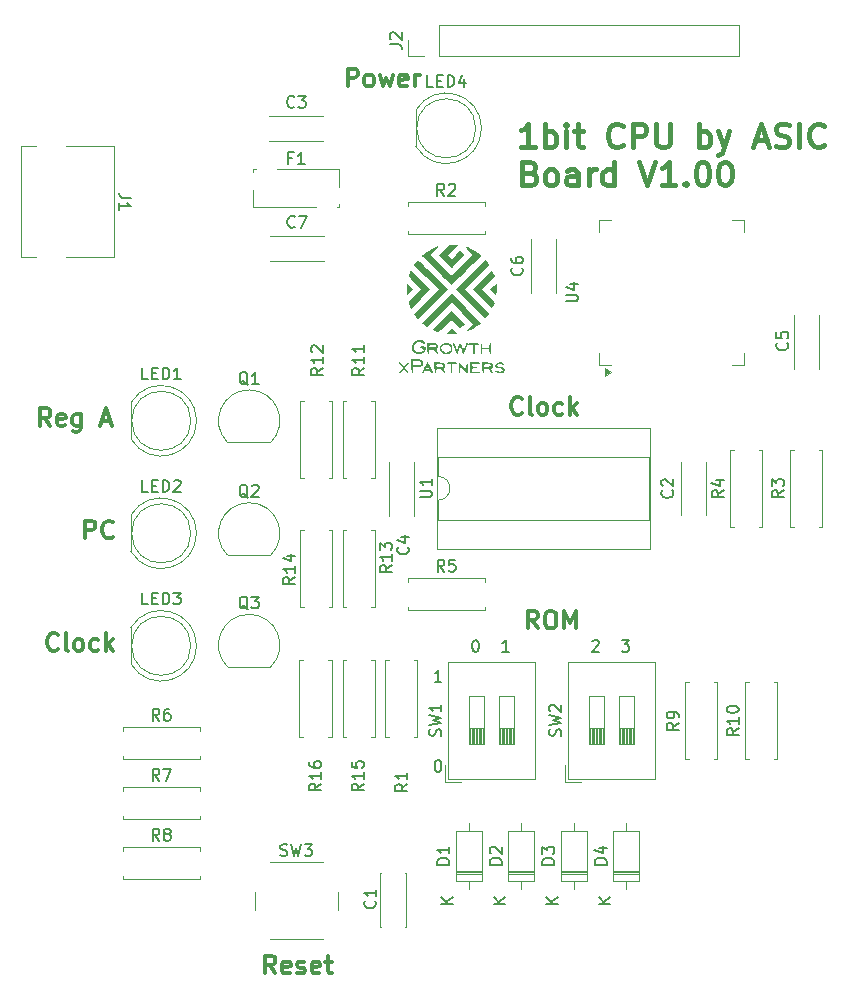
<source format=gto>
G04 #@! TF.GenerationSoftware,KiCad,Pcbnew,8.0.8*
G04 #@! TF.CreationDate,2025-01-27T20:55:36+09:00*
G04 #@! TF.ProjectId,1bit-cpu_asic,31626974-2d63-4707-955f-617369632e6b,rev?*
G04 #@! TF.SameCoordinates,Original*
G04 #@! TF.FileFunction,Legend,Top*
G04 #@! TF.FilePolarity,Positive*
%FSLAX46Y46*%
G04 Gerber Fmt 4.6, Leading zero omitted, Abs format (unit mm)*
G04 Created by KiCad (PCBNEW 8.0.8) date 2025-01-27 20:55:36*
%MOMM*%
%LPD*%
G01*
G04 APERTURE LIST*
%ADD10C,0.150000*%
%ADD11C,0.300000*%
%ADD12C,0.400000*%
%ADD13C,0.120000*%
%ADD14C,0.000000*%
G04 APERTURE END LIST*
D10*
X140862255Y-123329819D02*
X140957493Y-123329819D01*
X140957493Y-123329819D02*
X141052731Y-123377438D01*
X141052731Y-123377438D02*
X141100350Y-123425057D01*
X141100350Y-123425057D02*
X141147969Y-123520295D01*
X141147969Y-123520295D02*
X141195588Y-123710771D01*
X141195588Y-123710771D02*
X141195588Y-123948866D01*
X141195588Y-123948866D02*
X141147969Y-124139342D01*
X141147969Y-124139342D02*
X141100350Y-124234580D01*
X141100350Y-124234580D02*
X141052731Y-124282200D01*
X141052731Y-124282200D02*
X140957493Y-124329819D01*
X140957493Y-124329819D02*
X140862255Y-124329819D01*
X140862255Y-124329819D02*
X140767017Y-124282200D01*
X140767017Y-124282200D02*
X140719398Y-124234580D01*
X140719398Y-124234580D02*
X140671779Y-124139342D01*
X140671779Y-124139342D02*
X140624160Y-123948866D01*
X140624160Y-123948866D02*
X140624160Y-123710771D01*
X140624160Y-123710771D02*
X140671779Y-123520295D01*
X140671779Y-123520295D02*
X140719398Y-123425057D01*
X140719398Y-123425057D02*
X140767017Y-123377438D01*
X140767017Y-123377438D02*
X140862255Y-123329819D01*
X156451541Y-113169819D02*
X157070588Y-113169819D01*
X157070588Y-113169819D02*
X156737255Y-113550771D01*
X156737255Y-113550771D02*
X156880112Y-113550771D01*
X156880112Y-113550771D02*
X156975350Y-113598390D01*
X156975350Y-113598390D02*
X157022969Y-113646009D01*
X157022969Y-113646009D02*
X157070588Y-113741247D01*
X157070588Y-113741247D02*
X157070588Y-113979342D01*
X157070588Y-113979342D02*
X157022969Y-114074580D01*
X157022969Y-114074580D02*
X156975350Y-114122200D01*
X156975350Y-114122200D02*
X156880112Y-114169819D01*
X156880112Y-114169819D02*
X156594398Y-114169819D01*
X156594398Y-114169819D02*
X156499160Y-114122200D01*
X156499160Y-114122200D02*
X156451541Y-114074580D01*
D11*
X108726653Y-113957971D02*
X108655225Y-114029400D01*
X108655225Y-114029400D02*
X108440939Y-114100828D01*
X108440939Y-114100828D02*
X108298082Y-114100828D01*
X108298082Y-114100828D02*
X108083796Y-114029400D01*
X108083796Y-114029400D02*
X107940939Y-113886542D01*
X107940939Y-113886542D02*
X107869510Y-113743685D01*
X107869510Y-113743685D02*
X107798082Y-113457971D01*
X107798082Y-113457971D02*
X107798082Y-113243685D01*
X107798082Y-113243685D02*
X107869510Y-112957971D01*
X107869510Y-112957971D02*
X107940939Y-112815114D01*
X107940939Y-112815114D02*
X108083796Y-112672257D01*
X108083796Y-112672257D02*
X108298082Y-112600828D01*
X108298082Y-112600828D02*
X108440939Y-112600828D01*
X108440939Y-112600828D02*
X108655225Y-112672257D01*
X108655225Y-112672257D02*
X108726653Y-112743685D01*
X109583796Y-114100828D02*
X109440939Y-114029400D01*
X109440939Y-114029400D02*
X109369510Y-113886542D01*
X109369510Y-113886542D02*
X109369510Y-112600828D01*
X110369510Y-114100828D02*
X110226653Y-114029400D01*
X110226653Y-114029400D02*
X110155224Y-113957971D01*
X110155224Y-113957971D02*
X110083796Y-113815114D01*
X110083796Y-113815114D02*
X110083796Y-113386542D01*
X110083796Y-113386542D02*
X110155224Y-113243685D01*
X110155224Y-113243685D02*
X110226653Y-113172257D01*
X110226653Y-113172257D02*
X110369510Y-113100828D01*
X110369510Y-113100828D02*
X110583796Y-113100828D01*
X110583796Y-113100828D02*
X110726653Y-113172257D01*
X110726653Y-113172257D02*
X110798082Y-113243685D01*
X110798082Y-113243685D02*
X110869510Y-113386542D01*
X110869510Y-113386542D02*
X110869510Y-113815114D01*
X110869510Y-113815114D02*
X110798082Y-113957971D01*
X110798082Y-113957971D02*
X110726653Y-114029400D01*
X110726653Y-114029400D02*
X110583796Y-114100828D01*
X110583796Y-114100828D02*
X110369510Y-114100828D01*
X112155225Y-114029400D02*
X112012367Y-114100828D01*
X112012367Y-114100828D02*
X111726653Y-114100828D01*
X111726653Y-114100828D02*
X111583796Y-114029400D01*
X111583796Y-114029400D02*
X111512367Y-113957971D01*
X111512367Y-113957971D02*
X111440939Y-113815114D01*
X111440939Y-113815114D02*
X111440939Y-113386542D01*
X111440939Y-113386542D02*
X111512367Y-113243685D01*
X111512367Y-113243685D02*
X111583796Y-113172257D01*
X111583796Y-113172257D02*
X111726653Y-113100828D01*
X111726653Y-113100828D02*
X112012367Y-113100828D01*
X112012367Y-113100828D02*
X112155225Y-113172257D01*
X112798081Y-114100828D02*
X112798081Y-112600828D01*
X112940939Y-113529400D02*
X113369510Y-114100828D01*
X113369510Y-113100828D02*
X112798081Y-113672257D01*
X108091653Y-95050828D02*
X107591653Y-94336542D01*
X107234510Y-95050828D02*
X107234510Y-93550828D01*
X107234510Y-93550828D02*
X107805939Y-93550828D01*
X107805939Y-93550828D02*
X107948796Y-93622257D01*
X107948796Y-93622257D02*
X108020225Y-93693685D01*
X108020225Y-93693685D02*
X108091653Y-93836542D01*
X108091653Y-93836542D02*
X108091653Y-94050828D01*
X108091653Y-94050828D02*
X108020225Y-94193685D01*
X108020225Y-94193685D02*
X107948796Y-94265114D01*
X107948796Y-94265114D02*
X107805939Y-94336542D01*
X107805939Y-94336542D02*
X107234510Y-94336542D01*
X109305939Y-94979400D02*
X109163082Y-95050828D01*
X109163082Y-95050828D02*
X108877368Y-95050828D01*
X108877368Y-95050828D02*
X108734510Y-94979400D01*
X108734510Y-94979400D02*
X108663082Y-94836542D01*
X108663082Y-94836542D02*
X108663082Y-94265114D01*
X108663082Y-94265114D02*
X108734510Y-94122257D01*
X108734510Y-94122257D02*
X108877368Y-94050828D01*
X108877368Y-94050828D02*
X109163082Y-94050828D01*
X109163082Y-94050828D02*
X109305939Y-94122257D01*
X109305939Y-94122257D02*
X109377368Y-94265114D01*
X109377368Y-94265114D02*
X109377368Y-94407971D01*
X109377368Y-94407971D02*
X108663082Y-94550828D01*
X110663082Y-94050828D02*
X110663082Y-95265114D01*
X110663082Y-95265114D02*
X110591653Y-95407971D01*
X110591653Y-95407971D02*
X110520224Y-95479400D01*
X110520224Y-95479400D02*
X110377367Y-95550828D01*
X110377367Y-95550828D02*
X110163082Y-95550828D01*
X110163082Y-95550828D02*
X110020224Y-95479400D01*
X110663082Y-94979400D02*
X110520224Y-95050828D01*
X110520224Y-95050828D02*
X110234510Y-95050828D01*
X110234510Y-95050828D02*
X110091653Y-94979400D01*
X110091653Y-94979400D02*
X110020224Y-94907971D01*
X110020224Y-94907971D02*
X109948796Y-94765114D01*
X109948796Y-94765114D02*
X109948796Y-94336542D01*
X109948796Y-94336542D02*
X110020224Y-94193685D01*
X110020224Y-94193685D02*
X110091653Y-94122257D01*
X110091653Y-94122257D02*
X110234510Y-94050828D01*
X110234510Y-94050828D02*
X110520224Y-94050828D01*
X110520224Y-94050828D02*
X110663082Y-94122257D01*
X112448796Y-94622257D02*
X113163082Y-94622257D01*
X112305939Y-95050828D02*
X112805939Y-93550828D01*
X112805939Y-93550828D02*
X113305939Y-95050828D01*
X127141653Y-141405828D02*
X126641653Y-140691542D01*
X126284510Y-141405828D02*
X126284510Y-139905828D01*
X126284510Y-139905828D02*
X126855939Y-139905828D01*
X126855939Y-139905828D02*
X126998796Y-139977257D01*
X126998796Y-139977257D02*
X127070225Y-140048685D01*
X127070225Y-140048685D02*
X127141653Y-140191542D01*
X127141653Y-140191542D02*
X127141653Y-140405828D01*
X127141653Y-140405828D02*
X127070225Y-140548685D01*
X127070225Y-140548685D02*
X126998796Y-140620114D01*
X126998796Y-140620114D02*
X126855939Y-140691542D01*
X126855939Y-140691542D02*
X126284510Y-140691542D01*
X128355939Y-141334400D02*
X128213082Y-141405828D01*
X128213082Y-141405828D02*
X127927368Y-141405828D01*
X127927368Y-141405828D02*
X127784510Y-141334400D01*
X127784510Y-141334400D02*
X127713082Y-141191542D01*
X127713082Y-141191542D02*
X127713082Y-140620114D01*
X127713082Y-140620114D02*
X127784510Y-140477257D01*
X127784510Y-140477257D02*
X127927368Y-140405828D01*
X127927368Y-140405828D02*
X128213082Y-140405828D01*
X128213082Y-140405828D02*
X128355939Y-140477257D01*
X128355939Y-140477257D02*
X128427368Y-140620114D01*
X128427368Y-140620114D02*
X128427368Y-140762971D01*
X128427368Y-140762971D02*
X127713082Y-140905828D01*
X128998796Y-141334400D02*
X129141653Y-141405828D01*
X129141653Y-141405828D02*
X129427367Y-141405828D01*
X129427367Y-141405828D02*
X129570224Y-141334400D01*
X129570224Y-141334400D02*
X129641653Y-141191542D01*
X129641653Y-141191542D02*
X129641653Y-141120114D01*
X129641653Y-141120114D02*
X129570224Y-140977257D01*
X129570224Y-140977257D02*
X129427367Y-140905828D01*
X129427367Y-140905828D02*
X129213082Y-140905828D01*
X129213082Y-140905828D02*
X129070224Y-140834400D01*
X129070224Y-140834400D02*
X128998796Y-140691542D01*
X128998796Y-140691542D02*
X128998796Y-140620114D01*
X128998796Y-140620114D02*
X129070224Y-140477257D01*
X129070224Y-140477257D02*
X129213082Y-140405828D01*
X129213082Y-140405828D02*
X129427367Y-140405828D01*
X129427367Y-140405828D02*
X129570224Y-140477257D01*
X130855939Y-141334400D02*
X130713082Y-141405828D01*
X130713082Y-141405828D02*
X130427368Y-141405828D01*
X130427368Y-141405828D02*
X130284510Y-141334400D01*
X130284510Y-141334400D02*
X130213082Y-141191542D01*
X130213082Y-141191542D02*
X130213082Y-140620114D01*
X130213082Y-140620114D02*
X130284510Y-140477257D01*
X130284510Y-140477257D02*
X130427368Y-140405828D01*
X130427368Y-140405828D02*
X130713082Y-140405828D01*
X130713082Y-140405828D02*
X130855939Y-140477257D01*
X130855939Y-140477257D02*
X130927368Y-140620114D01*
X130927368Y-140620114D02*
X130927368Y-140762971D01*
X130927368Y-140762971D02*
X130213082Y-140905828D01*
X131355939Y-140405828D02*
X131927367Y-140405828D01*
X131570224Y-139905828D02*
X131570224Y-141191542D01*
X131570224Y-141191542D02*
X131641653Y-141334400D01*
X131641653Y-141334400D02*
X131784510Y-141405828D01*
X131784510Y-141405828D02*
X131927367Y-141405828D01*
D10*
X146910588Y-114169819D02*
X146339160Y-114169819D01*
X146624874Y-114169819D02*
X146624874Y-113169819D01*
X146624874Y-113169819D02*
X146529636Y-113312676D01*
X146529636Y-113312676D02*
X146434398Y-113407914D01*
X146434398Y-113407914D02*
X146339160Y-113455533D01*
D11*
X149366653Y-112195828D02*
X148866653Y-111481542D01*
X148509510Y-112195828D02*
X148509510Y-110695828D01*
X148509510Y-110695828D02*
X149080939Y-110695828D01*
X149080939Y-110695828D02*
X149223796Y-110767257D01*
X149223796Y-110767257D02*
X149295225Y-110838685D01*
X149295225Y-110838685D02*
X149366653Y-110981542D01*
X149366653Y-110981542D02*
X149366653Y-111195828D01*
X149366653Y-111195828D02*
X149295225Y-111338685D01*
X149295225Y-111338685D02*
X149223796Y-111410114D01*
X149223796Y-111410114D02*
X149080939Y-111481542D01*
X149080939Y-111481542D02*
X148509510Y-111481542D01*
X150295225Y-110695828D02*
X150580939Y-110695828D01*
X150580939Y-110695828D02*
X150723796Y-110767257D01*
X150723796Y-110767257D02*
X150866653Y-110910114D01*
X150866653Y-110910114D02*
X150938082Y-111195828D01*
X150938082Y-111195828D02*
X150938082Y-111695828D01*
X150938082Y-111695828D02*
X150866653Y-111981542D01*
X150866653Y-111981542D02*
X150723796Y-112124400D01*
X150723796Y-112124400D02*
X150580939Y-112195828D01*
X150580939Y-112195828D02*
X150295225Y-112195828D01*
X150295225Y-112195828D02*
X150152368Y-112124400D01*
X150152368Y-112124400D02*
X150009510Y-111981542D01*
X150009510Y-111981542D02*
X149938082Y-111695828D01*
X149938082Y-111695828D02*
X149938082Y-111195828D01*
X149938082Y-111195828D02*
X150009510Y-110910114D01*
X150009510Y-110910114D02*
X150152368Y-110767257D01*
X150152368Y-110767257D02*
X150295225Y-110695828D01*
X151580939Y-112195828D02*
X151580939Y-110695828D01*
X151580939Y-110695828D02*
X152080939Y-111767257D01*
X152080939Y-111767257D02*
X152580939Y-110695828D01*
X152580939Y-110695828D02*
X152580939Y-112195828D01*
D10*
X141195588Y-116709819D02*
X140624160Y-116709819D01*
X140909874Y-116709819D02*
X140909874Y-115709819D01*
X140909874Y-115709819D02*
X140814636Y-115852676D01*
X140814636Y-115852676D02*
X140719398Y-115947914D01*
X140719398Y-115947914D02*
X140624160Y-115995533D01*
D12*
X149106966Y-71444550D02*
X147964109Y-71444550D01*
X148535537Y-71444550D02*
X148535537Y-69444550D01*
X148535537Y-69444550D02*
X148345061Y-69730264D01*
X148345061Y-69730264D02*
X148154585Y-69920740D01*
X148154585Y-69920740D02*
X147964109Y-70015978D01*
X149964109Y-71444550D02*
X149964109Y-69444550D01*
X149964109Y-70206454D02*
X150154585Y-70111216D01*
X150154585Y-70111216D02*
X150535538Y-70111216D01*
X150535538Y-70111216D02*
X150726014Y-70206454D01*
X150726014Y-70206454D02*
X150821252Y-70301692D01*
X150821252Y-70301692D02*
X150916490Y-70492169D01*
X150916490Y-70492169D02*
X150916490Y-71063597D01*
X150916490Y-71063597D02*
X150821252Y-71254073D01*
X150821252Y-71254073D02*
X150726014Y-71349312D01*
X150726014Y-71349312D02*
X150535538Y-71444550D01*
X150535538Y-71444550D02*
X150154585Y-71444550D01*
X150154585Y-71444550D02*
X149964109Y-71349312D01*
X151773633Y-71444550D02*
X151773633Y-70111216D01*
X151773633Y-69444550D02*
X151678395Y-69539788D01*
X151678395Y-69539788D02*
X151773633Y-69635026D01*
X151773633Y-69635026D02*
X151868871Y-69539788D01*
X151868871Y-69539788D02*
X151773633Y-69444550D01*
X151773633Y-69444550D02*
X151773633Y-69635026D01*
X152440300Y-70111216D02*
X153202204Y-70111216D01*
X152726014Y-69444550D02*
X152726014Y-71158835D01*
X152726014Y-71158835D02*
X152821252Y-71349312D01*
X152821252Y-71349312D02*
X153011728Y-71444550D01*
X153011728Y-71444550D02*
X153202204Y-71444550D01*
X156535538Y-71254073D02*
X156440300Y-71349312D01*
X156440300Y-71349312D02*
X156154586Y-71444550D01*
X156154586Y-71444550D02*
X155964110Y-71444550D01*
X155964110Y-71444550D02*
X155678395Y-71349312D01*
X155678395Y-71349312D02*
X155487919Y-71158835D01*
X155487919Y-71158835D02*
X155392681Y-70968359D01*
X155392681Y-70968359D02*
X155297443Y-70587407D01*
X155297443Y-70587407D02*
X155297443Y-70301692D01*
X155297443Y-70301692D02*
X155392681Y-69920740D01*
X155392681Y-69920740D02*
X155487919Y-69730264D01*
X155487919Y-69730264D02*
X155678395Y-69539788D01*
X155678395Y-69539788D02*
X155964110Y-69444550D01*
X155964110Y-69444550D02*
X156154586Y-69444550D01*
X156154586Y-69444550D02*
X156440300Y-69539788D01*
X156440300Y-69539788D02*
X156535538Y-69635026D01*
X157392681Y-71444550D02*
X157392681Y-69444550D01*
X157392681Y-69444550D02*
X158154586Y-69444550D01*
X158154586Y-69444550D02*
X158345062Y-69539788D01*
X158345062Y-69539788D02*
X158440300Y-69635026D01*
X158440300Y-69635026D02*
X158535538Y-69825502D01*
X158535538Y-69825502D02*
X158535538Y-70111216D01*
X158535538Y-70111216D02*
X158440300Y-70301692D01*
X158440300Y-70301692D02*
X158345062Y-70396931D01*
X158345062Y-70396931D02*
X158154586Y-70492169D01*
X158154586Y-70492169D02*
X157392681Y-70492169D01*
X159392681Y-69444550D02*
X159392681Y-71063597D01*
X159392681Y-71063597D02*
X159487919Y-71254073D01*
X159487919Y-71254073D02*
X159583157Y-71349312D01*
X159583157Y-71349312D02*
X159773633Y-71444550D01*
X159773633Y-71444550D02*
X160154586Y-71444550D01*
X160154586Y-71444550D02*
X160345062Y-71349312D01*
X160345062Y-71349312D02*
X160440300Y-71254073D01*
X160440300Y-71254073D02*
X160535538Y-71063597D01*
X160535538Y-71063597D02*
X160535538Y-69444550D01*
X163011729Y-71444550D02*
X163011729Y-69444550D01*
X163011729Y-70206454D02*
X163202205Y-70111216D01*
X163202205Y-70111216D02*
X163583158Y-70111216D01*
X163583158Y-70111216D02*
X163773634Y-70206454D01*
X163773634Y-70206454D02*
X163868872Y-70301692D01*
X163868872Y-70301692D02*
X163964110Y-70492169D01*
X163964110Y-70492169D02*
X163964110Y-71063597D01*
X163964110Y-71063597D02*
X163868872Y-71254073D01*
X163868872Y-71254073D02*
X163773634Y-71349312D01*
X163773634Y-71349312D02*
X163583158Y-71444550D01*
X163583158Y-71444550D02*
X163202205Y-71444550D01*
X163202205Y-71444550D02*
X163011729Y-71349312D01*
X164630777Y-70111216D02*
X165106967Y-71444550D01*
X165583158Y-70111216D02*
X165106967Y-71444550D01*
X165106967Y-71444550D02*
X164916491Y-71920740D01*
X164916491Y-71920740D02*
X164821253Y-72015978D01*
X164821253Y-72015978D02*
X164630777Y-72111216D01*
X167773635Y-70873121D02*
X168726016Y-70873121D01*
X167583159Y-71444550D02*
X168249825Y-69444550D01*
X168249825Y-69444550D02*
X168916492Y-71444550D01*
X169487921Y-71349312D02*
X169773635Y-71444550D01*
X169773635Y-71444550D02*
X170249826Y-71444550D01*
X170249826Y-71444550D02*
X170440302Y-71349312D01*
X170440302Y-71349312D02*
X170535540Y-71254073D01*
X170535540Y-71254073D02*
X170630778Y-71063597D01*
X170630778Y-71063597D02*
X170630778Y-70873121D01*
X170630778Y-70873121D02*
X170535540Y-70682645D01*
X170535540Y-70682645D02*
X170440302Y-70587407D01*
X170440302Y-70587407D02*
X170249826Y-70492169D01*
X170249826Y-70492169D02*
X169868873Y-70396931D01*
X169868873Y-70396931D02*
X169678397Y-70301692D01*
X169678397Y-70301692D02*
X169583159Y-70206454D01*
X169583159Y-70206454D02*
X169487921Y-70015978D01*
X169487921Y-70015978D02*
X169487921Y-69825502D01*
X169487921Y-69825502D02*
X169583159Y-69635026D01*
X169583159Y-69635026D02*
X169678397Y-69539788D01*
X169678397Y-69539788D02*
X169868873Y-69444550D01*
X169868873Y-69444550D02*
X170345064Y-69444550D01*
X170345064Y-69444550D02*
X170630778Y-69539788D01*
X171487921Y-71444550D02*
X171487921Y-69444550D01*
X173583159Y-71254073D02*
X173487921Y-71349312D01*
X173487921Y-71349312D02*
X173202207Y-71444550D01*
X173202207Y-71444550D02*
X173011731Y-71444550D01*
X173011731Y-71444550D02*
X172726016Y-71349312D01*
X172726016Y-71349312D02*
X172535540Y-71158835D01*
X172535540Y-71158835D02*
X172440302Y-70968359D01*
X172440302Y-70968359D02*
X172345064Y-70587407D01*
X172345064Y-70587407D02*
X172345064Y-70301692D01*
X172345064Y-70301692D02*
X172440302Y-69920740D01*
X172440302Y-69920740D02*
X172535540Y-69730264D01*
X172535540Y-69730264D02*
X172726016Y-69539788D01*
X172726016Y-69539788D02*
X173011731Y-69444550D01*
X173011731Y-69444550D02*
X173202207Y-69444550D01*
X173202207Y-69444550D02*
X173487921Y-69539788D01*
X173487921Y-69539788D02*
X173583159Y-69635026D01*
X148726014Y-73616819D02*
X149011728Y-73712057D01*
X149011728Y-73712057D02*
X149106966Y-73807295D01*
X149106966Y-73807295D02*
X149202204Y-73997771D01*
X149202204Y-73997771D02*
X149202204Y-74283485D01*
X149202204Y-74283485D02*
X149106966Y-74473961D01*
X149106966Y-74473961D02*
X149011728Y-74569200D01*
X149011728Y-74569200D02*
X148821252Y-74664438D01*
X148821252Y-74664438D02*
X148059347Y-74664438D01*
X148059347Y-74664438D02*
X148059347Y-72664438D01*
X148059347Y-72664438D02*
X148726014Y-72664438D01*
X148726014Y-72664438D02*
X148916490Y-72759676D01*
X148916490Y-72759676D02*
X149011728Y-72854914D01*
X149011728Y-72854914D02*
X149106966Y-73045390D01*
X149106966Y-73045390D02*
X149106966Y-73235866D01*
X149106966Y-73235866D02*
X149011728Y-73426342D01*
X149011728Y-73426342D02*
X148916490Y-73521580D01*
X148916490Y-73521580D02*
X148726014Y-73616819D01*
X148726014Y-73616819D02*
X148059347Y-73616819D01*
X150345061Y-74664438D02*
X150154585Y-74569200D01*
X150154585Y-74569200D02*
X150059347Y-74473961D01*
X150059347Y-74473961D02*
X149964109Y-74283485D01*
X149964109Y-74283485D02*
X149964109Y-73712057D01*
X149964109Y-73712057D02*
X150059347Y-73521580D01*
X150059347Y-73521580D02*
X150154585Y-73426342D01*
X150154585Y-73426342D02*
X150345061Y-73331104D01*
X150345061Y-73331104D02*
X150630776Y-73331104D01*
X150630776Y-73331104D02*
X150821252Y-73426342D01*
X150821252Y-73426342D02*
X150916490Y-73521580D01*
X150916490Y-73521580D02*
X151011728Y-73712057D01*
X151011728Y-73712057D02*
X151011728Y-74283485D01*
X151011728Y-74283485D02*
X150916490Y-74473961D01*
X150916490Y-74473961D02*
X150821252Y-74569200D01*
X150821252Y-74569200D02*
X150630776Y-74664438D01*
X150630776Y-74664438D02*
X150345061Y-74664438D01*
X152726014Y-74664438D02*
X152726014Y-73616819D01*
X152726014Y-73616819D02*
X152630776Y-73426342D01*
X152630776Y-73426342D02*
X152440300Y-73331104D01*
X152440300Y-73331104D02*
X152059347Y-73331104D01*
X152059347Y-73331104D02*
X151868871Y-73426342D01*
X152726014Y-74569200D02*
X152535538Y-74664438D01*
X152535538Y-74664438D02*
X152059347Y-74664438D01*
X152059347Y-74664438D02*
X151868871Y-74569200D01*
X151868871Y-74569200D02*
X151773633Y-74378723D01*
X151773633Y-74378723D02*
X151773633Y-74188247D01*
X151773633Y-74188247D02*
X151868871Y-73997771D01*
X151868871Y-73997771D02*
X152059347Y-73902533D01*
X152059347Y-73902533D02*
X152535538Y-73902533D01*
X152535538Y-73902533D02*
X152726014Y-73807295D01*
X153678395Y-74664438D02*
X153678395Y-73331104D01*
X153678395Y-73712057D02*
X153773633Y-73521580D01*
X153773633Y-73521580D02*
X153868871Y-73426342D01*
X153868871Y-73426342D02*
X154059347Y-73331104D01*
X154059347Y-73331104D02*
X154249824Y-73331104D01*
X155773633Y-74664438D02*
X155773633Y-72664438D01*
X155773633Y-74569200D02*
X155583157Y-74664438D01*
X155583157Y-74664438D02*
X155202204Y-74664438D01*
X155202204Y-74664438D02*
X155011728Y-74569200D01*
X155011728Y-74569200D02*
X154916490Y-74473961D01*
X154916490Y-74473961D02*
X154821252Y-74283485D01*
X154821252Y-74283485D02*
X154821252Y-73712057D01*
X154821252Y-73712057D02*
X154916490Y-73521580D01*
X154916490Y-73521580D02*
X155011728Y-73426342D01*
X155011728Y-73426342D02*
X155202204Y-73331104D01*
X155202204Y-73331104D02*
X155583157Y-73331104D01*
X155583157Y-73331104D02*
X155773633Y-73426342D01*
X157964110Y-72664438D02*
X158630776Y-74664438D01*
X158630776Y-74664438D02*
X159297443Y-72664438D01*
X161011729Y-74664438D02*
X159868872Y-74664438D01*
X160440300Y-74664438D02*
X160440300Y-72664438D01*
X160440300Y-72664438D02*
X160249824Y-72950152D01*
X160249824Y-72950152D02*
X160059348Y-73140628D01*
X160059348Y-73140628D02*
X159868872Y-73235866D01*
X161868872Y-74473961D02*
X161964110Y-74569200D01*
X161964110Y-74569200D02*
X161868872Y-74664438D01*
X161868872Y-74664438D02*
X161773634Y-74569200D01*
X161773634Y-74569200D02*
X161868872Y-74473961D01*
X161868872Y-74473961D02*
X161868872Y-74664438D01*
X163202205Y-72664438D02*
X163392682Y-72664438D01*
X163392682Y-72664438D02*
X163583158Y-72759676D01*
X163583158Y-72759676D02*
X163678396Y-72854914D01*
X163678396Y-72854914D02*
X163773634Y-73045390D01*
X163773634Y-73045390D02*
X163868872Y-73426342D01*
X163868872Y-73426342D02*
X163868872Y-73902533D01*
X163868872Y-73902533D02*
X163773634Y-74283485D01*
X163773634Y-74283485D02*
X163678396Y-74473961D01*
X163678396Y-74473961D02*
X163583158Y-74569200D01*
X163583158Y-74569200D02*
X163392682Y-74664438D01*
X163392682Y-74664438D02*
X163202205Y-74664438D01*
X163202205Y-74664438D02*
X163011729Y-74569200D01*
X163011729Y-74569200D02*
X162916491Y-74473961D01*
X162916491Y-74473961D02*
X162821253Y-74283485D01*
X162821253Y-74283485D02*
X162726015Y-73902533D01*
X162726015Y-73902533D02*
X162726015Y-73426342D01*
X162726015Y-73426342D02*
X162821253Y-73045390D01*
X162821253Y-73045390D02*
X162916491Y-72854914D01*
X162916491Y-72854914D02*
X163011729Y-72759676D01*
X163011729Y-72759676D02*
X163202205Y-72664438D01*
X165106967Y-72664438D02*
X165297444Y-72664438D01*
X165297444Y-72664438D02*
X165487920Y-72759676D01*
X165487920Y-72759676D02*
X165583158Y-72854914D01*
X165583158Y-72854914D02*
X165678396Y-73045390D01*
X165678396Y-73045390D02*
X165773634Y-73426342D01*
X165773634Y-73426342D02*
X165773634Y-73902533D01*
X165773634Y-73902533D02*
X165678396Y-74283485D01*
X165678396Y-74283485D02*
X165583158Y-74473961D01*
X165583158Y-74473961D02*
X165487920Y-74569200D01*
X165487920Y-74569200D02*
X165297444Y-74664438D01*
X165297444Y-74664438D02*
X165106967Y-74664438D01*
X165106967Y-74664438D02*
X164916491Y-74569200D01*
X164916491Y-74569200D02*
X164821253Y-74473961D01*
X164821253Y-74473961D02*
X164726015Y-74283485D01*
X164726015Y-74283485D02*
X164630777Y-73902533D01*
X164630777Y-73902533D02*
X164630777Y-73426342D01*
X164630777Y-73426342D02*
X164726015Y-73045390D01*
X164726015Y-73045390D02*
X164821253Y-72854914D01*
X164821253Y-72854914D02*
X164916491Y-72759676D01*
X164916491Y-72759676D02*
X165106967Y-72664438D01*
D11*
X133254510Y-66300828D02*
X133254510Y-64800828D01*
X133254510Y-64800828D02*
X133825939Y-64800828D01*
X133825939Y-64800828D02*
X133968796Y-64872257D01*
X133968796Y-64872257D02*
X134040225Y-64943685D01*
X134040225Y-64943685D02*
X134111653Y-65086542D01*
X134111653Y-65086542D02*
X134111653Y-65300828D01*
X134111653Y-65300828D02*
X134040225Y-65443685D01*
X134040225Y-65443685D02*
X133968796Y-65515114D01*
X133968796Y-65515114D02*
X133825939Y-65586542D01*
X133825939Y-65586542D02*
X133254510Y-65586542D01*
X134968796Y-66300828D02*
X134825939Y-66229400D01*
X134825939Y-66229400D02*
X134754510Y-66157971D01*
X134754510Y-66157971D02*
X134683082Y-66015114D01*
X134683082Y-66015114D02*
X134683082Y-65586542D01*
X134683082Y-65586542D02*
X134754510Y-65443685D01*
X134754510Y-65443685D02*
X134825939Y-65372257D01*
X134825939Y-65372257D02*
X134968796Y-65300828D01*
X134968796Y-65300828D02*
X135183082Y-65300828D01*
X135183082Y-65300828D02*
X135325939Y-65372257D01*
X135325939Y-65372257D02*
X135397368Y-65443685D01*
X135397368Y-65443685D02*
X135468796Y-65586542D01*
X135468796Y-65586542D02*
X135468796Y-66015114D01*
X135468796Y-66015114D02*
X135397368Y-66157971D01*
X135397368Y-66157971D02*
X135325939Y-66229400D01*
X135325939Y-66229400D02*
X135183082Y-66300828D01*
X135183082Y-66300828D02*
X134968796Y-66300828D01*
X135968796Y-65300828D02*
X136254511Y-66300828D01*
X136254511Y-66300828D02*
X136540225Y-65586542D01*
X136540225Y-65586542D02*
X136825939Y-66300828D01*
X136825939Y-66300828D02*
X137111653Y-65300828D01*
X138254511Y-66229400D02*
X138111654Y-66300828D01*
X138111654Y-66300828D02*
X137825940Y-66300828D01*
X137825940Y-66300828D02*
X137683082Y-66229400D01*
X137683082Y-66229400D02*
X137611654Y-66086542D01*
X137611654Y-66086542D02*
X137611654Y-65515114D01*
X137611654Y-65515114D02*
X137683082Y-65372257D01*
X137683082Y-65372257D02*
X137825940Y-65300828D01*
X137825940Y-65300828D02*
X138111654Y-65300828D01*
X138111654Y-65300828D02*
X138254511Y-65372257D01*
X138254511Y-65372257D02*
X138325940Y-65515114D01*
X138325940Y-65515114D02*
X138325940Y-65657971D01*
X138325940Y-65657971D02*
X137611654Y-65800828D01*
X138968796Y-66300828D02*
X138968796Y-65300828D01*
X138968796Y-65586542D02*
X139040225Y-65443685D01*
X139040225Y-65443685D02*
X139111654Y-65372257D01*
X139111654Y-65372257D02*
X139254511Y-65300828D01*
X139254511Y-65300828D02*
X139397368Y-65300828D01*
D10*
X153959160Y-113265057D02*
X154006779Y-113217438D01*
X154006779Y-113217438D02*
X154102017Y-113169819D01*
X154102017Y-113169819D02*
X154340112Y-113169819D01*
X154340112Y-113169819D02*
X154435350Y-113217438D01*
X154435350Y-113217438D02*
X154482969Y-113265057D01*
X154482969Y-113265057D02*
X154530588Y-113360295D01*
X154530588Y-113360295D02*
X154530588Y-113455533D01*
X154530588Y-113455533D02*
X154482969Y-113598390D01*
X154482969Y-113598390D02*
X153911541Y-114169819D01*
X153911541Y-114169819D02*
X154530588Y-114169819D01*
X144037255Y-113169819D02*
X144132493Y-113169819D01*
X144132493Y-113169819D02*
X144227731Y-113217438D01*
X144227731Y-113217438D02*
X144275350Y-113265057D01*
X144275350Y-113265057D02*
X144322969Y-113360295D01*
X144322969Y-113360295D02*
X144370588Y-113550771D01*
X144370588Y-113550771D02*
X144370588Y-113788866D01*
X144370588Y-113788866D02*
X144322969Y-113979342D01*
X144322969Y-113979342D02*
X144275350Y-114074580D01*
X144275350Y-114074580D02*
X144227731Y-114122200D01*
X144227731Y-114122200D02*
X144132493Y-114169819D01*
X144132493Y-114169819D02*
X144037255Y-114169819D01*
X144037255Y-114169819D02*
X143942017Y-114122200D01*
X143942017Y-114122200D02*
X143894398Y-114074580D01*
X143894398Y-114074580D02*
X143846779Y-113979342D01*
X143846779Y-113979342D02*
X143799160Y-113788866D01*
X143799160Y-113788866D02*
X143799160Y-113550771D01*
X143799160Y-113550771D02*
X143846779Y-113360295D01*
X143846779Y-113360295D02*
X143894398Y-113265057D01*
X143894398Y-113265057D02*
X143942017Y-113217438D01*
X143942017Y-113217438D02*
X144037255Y-113169819D01*
D11*
X148011653Y-93957971D02*
X147940225Y-94029400D01*
X147940225Y-94029400D02*
X147725939Y-94100828D01*
X147725939Y-94100828D02*
X147583082Y-94100828D01*
X147583082Y-94100828D02*
X147368796Y-94029400D01*
X147368796Y-94029400D02*
X147225939Y-93886542D01*
X147225939Y-93886542D02*
X147154510Y-93743685D01*
X147154510Y-93743685D02*
X147083082Y-93457971D01*
X147083082Y-93457971D02*
X147083082Y-93243685D01*
X147083082Y-93243685D02*
X147154510Y-92957971D01*
X147154510Y-92957971D02*
X147225939Y-92815114D01*
X147225939Y-92815114D02*
X147368796Y-92672257D01*
X147368796Y-92672257D02*
X147583082Y-92600828D01*
X147583082Y-92600828D02*
X147725939Y-92600828D01*
X147725939Y-92600828D02*
X147940225Y-92672257D01*
X147940225Y-92672257D02*
X148011653Y-92743685D01*
X148868796Y-94100828D02*
X148725939Y-94029400D01*
X148725939Y-94029400D02*
X148654510Y-93886542D01*
X148654510Y-93886542D02*
X148654510Y-92600828D01*
X149654510Y-94100828D02*
X149511653Y-94029400D01*
X149511653Y-94029400D02*
X149440224Y-93957971D01*
X149440224Y-93957971D02*
X149368796Y-93815114D01*
X149368796Y-93815114D02*
X149368796Y-93386542D01*
X149368796Y-93386542D02*
X149440224Y-93243685D01*
X149440224Y-93243685D02*
X149511653Y-93172257D01*
X149511653Y-93172257D02*
X149654510Y-93100828D01*
X149654510Y-93100828D02*
X149868796Y-93100828D01*
X149868796Y-93100828D02*
X150011653Y-93172257D01*
X150011653Y-93172257D02*
X150083082Y-93243685D01*
X150083082Y-93243685D02*
X150154510Y-93386542D01*
X150154510Y-93386542D02*
X150154510Y-93815114D01*
X150154510Y-93815114D02*
X150083082Y-93957971D01*
X150083082Y-93957971D02*
X150011653Y-94029400D01*
X150011653Y-94029400D02*
X149868796Y-94100828D01*
X149868796Y-94100828D02*
X149654510Y-94100828D01*
X151440225Y-94029400D02*
X151297367Y-94100828D01*
X151297367Y-94100828D02*
X151011653Y-94100828D01*
X151011653Y-94100828D02*
X150868796Y-94029400D01*
X150868796Y-94029400D02*
X150797367Y-93957971D01*
X150797367Y-93957971D02*
X150725939Y-93815114D01*
X150725939Y-93815114D02*
X150725939Y-93386542D01*
X150725939Y-93386542D02*
X150797367Y-93243685D01*
X150797367Y-93243685D02*
X150868796Y-93172257D01*
X150868796Y-93172257D02*
X151011653Y-93100828D01*
X151011653Y-93100828D02*
X151297367Y-93100828D01*
X151297367Y-93100828D02*
X151440225Y-93172257D01*
X152083081Y-94100828D02*
X152083081Y-92600828D01*
X152225939Y-93529400D02*
X152654510Y-94100828D01*
X152654510Y-93100828D02*
X152083081Y-93672257D01*
X111044510Y-104575828D02*
X111044510Y-103075828D01*
X111044510Y-103075828D02*
X111615939Y-103075828D01*
X111615939Y-103075828D02*
X111758796Y-103147257D01*
X111758796Y-103147257D02*
X111830225Y-103218685D01*
X111830225Y-103218685D02*
X111901653Y-103361542D01*
X111901653Y-103361542D02*
X111901653Y-103575828D01*
X111901653Y-103575828D02*
X111830225Y-103718685D01*
X111830225Y-103718685D02*
X111758796Y-103790114D01*
X111758796Y-103790114D02*
X111615939Y-103861542D01*
X111615939Y-103861542D02*
X111044510Y-103861542D01*
X113401653Y-104432971D02*
X113330225Y-104504400D01*
X113330225Y-104504400D02*
X113115939Y-104575828D01*
X113115939Y-104575828D02*
X112973082Y-104575828D01*
X112973082Y-104575828D02*
X112758796Y-104504400D01*
X112758796Y-104504400D02*
X112615939Y-104361542D01*
X112615939Y-104361542D02*
X112544510Y-104218685D01*
X112544510Y-104218685D02*
X112473082Y-103932971D01*
X112473082Y-103932971D02*
X112473082Y-103718685D01*
X112473082Y-103718685D02*
X112544510Y-103432971D01*
X112544510Y-103432971D02*
X112615939Y-103290114D01*
X112615939Y-103290114D02*
X112758796Y-103147257D01*
X112758796Y-103147257D02*
X112973082Y-103075828D01*
X112973082Y-103075828D02*
X113115939Y-103075828D01*
X113115939Y-103075828D02*
X113330225Y-103147257D01*
X113330225Y-103147257D02*
X113401653Y-103218685D01*
D10*
X139364819Y-101091904D02*
X140174342Y-101091904D01*
X140174342Y-101091904D02*
X140269580Y-101044285D01*
X140269580Y-101044285D02*
X140317200Y-100996666D01*
X140317200Y-100996666D02*
X140364819Y-100901428D01*
X140364819Y-100901428D02*
X140364819Y-100710952D01*
X140364819Y-100710952D02*
X140317200Y-100615714D01*
X140317200Y-100615714D02*
X140269580Y-100568095D01*
X140269580Y-100568095D02*
X140174342Y-100520476D01*
X140174342Y-100520476D02*
X139364819Y-100520476D01*
X140364819Y-99520476D02*
X140364819Y-100091904D01*
X140364819Y-99806190D02*
X139364819Y-99806190D01*
X139364819Y-99806190D02*
X139507676Y-99901428D01*
X139507676Y-99901428D02*
X139602914Y-99996666D01*
X139602914Y-99996666D02*
X139650533Y-100091904D01*
X116350952Y-110159819D02*
X115874762Y-110159819D01*
X115874762Y-110159819D02*
X115874762Y-109159819D01*
X116684286Y-109636009D02*
X117017619Y-109636009D01*
X117160476Y-110159819D02*
X116684286Y-110159819D01*
X116684286Y-110159819D02*
X116684286Y-109159819D01*
X116684286Y-109159819D02*
X117160476Y-109159819D01*
X117589048Y-110159819D02*
X117589048Y-109159819D01*
X117589048Y-109159819D02*
X117827143Y-109159819D01*
X117827143Y-109159819D02*
X117970000Y-109207438D01*
X117970000Y-109207438D02*
X118065238Y-109302676D01*
X118065238Y-109302676D02*
X118112857Y-109397914D01*
X118112857Y-109397914D02*
X118160476Y-109588390D01*
X118160476Y-109588390D02*
X118160476Y-109731247D01*
X118160476Y-109731247D02*
X118112857Y-109921723D01*
X118112857Y-109921723D02*
X118065238Y-110016961D01*
X118065238Y-110016961D02*
X117970000Y-110112200D01*
X117970000Y-110112200D02*
X117827143Y-110159819D01*
X117827143Y-110159819D02*
X117589048Y-110159819D01*
X118493810Y-109159819D02*
X119112857Y-109159819D01*
X119112857Y-109159819D02*
X118779524Y-109540771D01*
X118779524Y-109540771D02*
X118922381Y-109540771D01*
X118922381Y-109540771D02*
X119017619Y-109588390D01*
X119017619Y-109588390D02*
X119065238Y-109636009D01*
X119065238Y-109636009D02*
X119112857Y-109731247D01*
X119112857Y-109731247D02*
X119112857Y-109969342D01*
X119112857Y-109969342D02*
X119065238Y-110064580D01*
X119065238Y-110064580D02*
X119017619Y-110112200D01*
X119017619Y-110112200D02*
X118922381Y-110159819D01*
X118922381Y-110159819D02*
X118636667Y-110159819D01*
X118636667Y-110159819D02*
X118541429Y-110112200D01*
X118541429Y-110112200D02*
X118493810Y-110064580D01*
X124824761Y-110590057D02*
X124729523Y-110542438D01*
X124729523Y-110542438D02*
X124634285Y-110447200D01*
X124634285Y-110447200D02*
X124491428Y-110304342D01*
X124491428Y-110304342D02*
X124396190Y-110256723D01*
X124396190Y-110256723D02*
X124300952Y-110256723D01*
X124348571Y-110494819D02*
X124253333Y-110447200D01*
X124253333Y-110447200D02*
X124158095Y-110351961D01*
X124158095Y-110351961D02*
X124110476Y-110161485D01*
X124110476Y-110161485D02*
X124110476Y-109828152D01*
X124110476Y-109828152D02*
X124158095Y-109637676D01*
X124158095Y-109637676D02*
X124253333Y-109542438D01*
X124253333Y-109542438D02*
X124348571Y-109494819D01*
X124348571Y-109494819D02*
X124539047Y-109494819D01*
X124539047Y-109494819D02*
X124634285Y-109542438D01*
X124634285Y-109542438D02*
X124729523Y-109637676D01*
X124729523Y-109637676D02*
X124777142Y-109828152D01*
X124777142Y-109828152D02*
X124777142Y-110161485D01*
X124777142Y-110161485D02*
X124729523Y-110351961D01*
X124729523Y-110351961D02*
X124634285Y-110447200D01*
X124634285Y-110447200D02*
X124539047Y-110494819D01*
X124539047Y-110494819D02*
X124348571Y-110494819D01*
X125110476Y-109494819D02*
X125729523Y-109494819D01*
X125729523Y-109494819D02*
X125396190Y-109875771D01*
X125396190Y-109875771D02*
X125539047Y-109875771D01*
X125539047Y-109875771D02*
X125634285Y-109923390D01*
X125634285Y-109923390D02*
X125681904Y-109971009D01*
X125681904Y-109971009D02*
X125729523Y-110066247D01*
X125729523Y-110066247D02*
X125729523Y-110304342D01*
X125729523Y-110304342D02*
X125681904Y-110399580D01*
X125681904Y-110399580D02*
X125634285Y-110447200D01*
X125634285Y-110447200D02*
X125539047Y-110494819D01*
X125539047Y-110494819D02*
X125253333Y-110494819D01*
X125253333Y-110494819D02*
X125158095Y-110447200D01*
X125158095Y-110447200D02*
X125110476Y-110399580D01*
X165094819Y-100506666D02*
X164618628Y-100839999D01*
X165094819Y-101078094D02*
X164094819Y-101078094D01*
X164094819Y-101078094D02*
X164094819Y-100697142D01*
X164094819Y-100697142D02*
X164142438Y-100601904D01*
X164142438Y-100601904D02*
X164190057Y-100554285D01*
X164190057Y-100554285D02*
X164285295Y-100506666D01*
X164285295Y-100506666D02*
X164428152Y-100506666D01*
X164428152Y-100506666D02*
X164523390Y-100554285D01*
X164523390Y-100554285D02*
X164571009Y-100601904D01*
X164571009Y-100601904D02*
X164618628Y-100697142D01*
X164618628Y-100697142D02*
X164618628Y-101078094D01*
X164428152Y-99649523D02*
X165094819Y-99649523D01*
X164047200Y-99887618D02*
X164761485Y-100125713D01*
X164761485Y-100125713D02*
X164761485Y-99506666D01*
X128778333Y-78169580D02*
X128730714Y-78217200D01*
X128730714Y-78217200D02*
X128587857Y-78264819D01*
X128587857Y-78264819D02*
X128492619Y-78264819D01*
X128492619Y-78264819D02*
X128349762Y-78217200D01*
X128349762Y-78217200D02*
X128254524Y-78121961D01*
X128254524Y-78121961D02*
X128206905Y-78026723D01*
X128206905Y-78026723D02*
X128159286Y-77836247D01*
X128159286Y-77836247D02*
X128159286Y-77693390D01*
X128159286Y-77693390D02*
X128206905Y-77502914D01*
X128206905Y-77502914D02*
X128254524Y-77407676D01*
X128254524Y-77407676D02*
X128349762Y-77312438D01*
X128349762Y-77312438D02*
X128492619Y-77264819D01*
X128492619Y-77264819D02*
X128587857Y-77264819D01*
X128587857Y-77264819D02*
X128730714Y-77312438D01*
X128730714Y-77312438D02*
X128778333Y-77360057D01*
X129111667Y-77264819D02*
X129778333Y-77264819D01*
X129778333Y-77264819D02*
X129349762Y-78264819D01*
X134604819Y-125342857D02*
X134128628Y-125676190D01*
X134604819Y-125914285D02*
X133604819Y-125914285D01*
X133604819Y-125914285D02*
X133604819Y-125533333D01*
X133604819Y-125533333D02*
X133652438Y-125438095D01*
X133652438Y-125438095D02*
X133700057Y-125390476D01*
X133700057Y-125390476D02*
X133795295Y-125342857D01*
X133795295Y-125342857D02*
X133938152Y-125342857D01*
X133938152Y-125342857D02*
X134033390Y-125390476D01*
X134033390Y-125390476D02*
X134081009Y-125438095D01*
X134081009Y-125438095D02*
X134128628Y-125533333D01*
X134128628Y-125533333D02*
X134128628Y-125914285D01*
X134604819Y-124390476D02*
X134604819Y-124961904D01*
X134604819Y-124676190D02*
X133604819Y-124676190D01*
X133604819Y-124676190D02*
X133747676Y-124771428D01*
X133747676Y-124771428D02*
X133842914Y-124866666D01*
X133842914Y-124866666D02*
X133890533Y-124961904D01*
X133604819Y-123485714D02*
X133604819Y-123961904D01*
X133604819Y-123961904D02*
X134081009Y-124009523D01*
X134081009Y-124009523D02*
X134033390Y-123961904D01*
X134033390Y-123961904D02*
X133985771Y-123866666D01*
X133985771Y-123866666D02*
X133985771Y-123628571D01*
X133985771Y-123628571D02*
X134033390Y-123533333D01*
X134033390Y-123533333D02*
X134081009Y-123485714D01*
X134081009Y-123485714D02*
X134176247Y-123438095D01*
X134176247Y-123438095D02*
X134414342Y-123438095D01*
X134414342Y-123438095D02*
X134509580Y-123485714D01*
X134509580Y-123485714D02*
X134557200Y-123533333D01*
X134557200Y-123533333D02*
X134604819Y-123628571D01*
X134604819Y-123628571D02*
X134604819Y-123866666D01*
X134604819Y-123866666D02*
X134557200Y-123961904D01*
X134557200Y-123961904D02*
X134509580Y-124009523D01*
X124824761Y-91590057D02*
X124729523Y-91542438D01*
X124729523Y-91542438D02*
X124634285Y-91447200D01*
X124634285Y-91447200D02*
X124491428Y-91304342D01*
X124491428Y-91304342D02*
X124396190Y-91256723D01*
X124396190Y-91256723D02*
X124300952Y-91256723D01*
X124348571Y-91494819D02*
X124253333Y-91447200D01*
X124253333Y-91447200D02*
X124158095Y-91351961D01*
X124158095Y-91351961D02*
X124110476Y-91161485D01*
X124110476Y-91161485D02*
X124110476Y-90828152D01*
X124110476Y-90828152D02*
X124158095Y-90637676D01*
X124158095Y-90637676D02*
X124253333Y-90542438D01*
X124253333Y-90542438D02*
X124348571Y-90494819D01*
X124348571Y-90494819D02*
X124539047Y-90494819D01*
X124539047Y-90494819D02*
X124634285Y-90542438D01*
X124634285Y-90542438D02*
X124729523Y-90637676D01*
X124729523Y-90637676D02*
X124777142Y-90828152D01*
X124777142Y-90828152D02*
X124777142Y-91161485D01*
X124777142Y-91161485D02*
X124729523Y-91351961D01*
X124729523Y-91351961D02*
X124634285Y-91447200D01*
X124634285Y-91447200D02*
X124539047Y-91494819D01*
X124539047Y-91494819D02*
X124348571Y-91494819D01*
X125729523Y-91494819D02*
X125158095Y-91494819D01*
X125443809Y-91494819D02*
X125443809Y-90494819D01*
X125443809Y-90494819D02*
X125348571Y-90637676D01*
X125348571Y-90637676D02*
X125253333Y-90732914D01*
X125253333Y-90732914D02*
X125158095Y-90780533D01*
X151762319Y-84511904D02*
X152571842Y-84511904D01*
X152571842Y-84511904D02*
X152667080Y-84464285D01*
X152667080Y-84464285D02*
X152714700Y-84416666D01*
X152714700Y-84416666D02*
X152762319Y-84321428D01*
X152762319Y-84321428D02*
X152762319Y-84130952D01*
X152762319Y-84130952D02*
X152714700Y-84035714D01*
X152714700Y-84035714D02*
X152667080Y-83988095D01*
X152667080Y-83988095D02*
X152571842Y-83940476D01*
X152571842Y-83940476D02*
X151762319Y-83940476D01*
X152095652Y-83035714D02*
X152762319Y-83035714D01*
X151714700Y-83273809D02*
X152428985Y-83511904D01*
X152428985Y-83511904D02*
X152428985Y-82892857D01*
X150734819Y-132183094D02*
X149734819Y-132183094D01*
X149734819Y-132183094D02*
X149734819Y-131944999D01*
X149734819Y-131944999D02*
X149782438Y-131802142D01*
X149782438Y-131802142D02*
X149877676Y-131706904D01*
X149877676Y-131706904D02*
X149972914Y-131659285D01*
X149972914Y-131659285D02*
X150163390Y-131611666D01*
X150163390Y-131611666D02*
X150306247Y-131611666D01*
X150306247Y-131611666D02*
X150496723Y-131659285D01*
X150496723Y-131659285D02*
X150591961Y-131706904D01*
X150591961Y-131706904D02*
X150687200Y-131802142D01*
X150687200Y-131802142D02*
X150734819Y-131944999D01*
X150734819Y-131944999D02*
X150734819Y-132183094D01*
X149734819Y-131278332D02*
X149734819Y-130659285D01*
X149734819Y-130659285D02*
X150115771Y-130992618D01*
X150115771Y-130992618D02*
X150115771Y-130849761D01*
X150115771Y-130849761D02*
X150163390Y-130754523D01*
X150163390Y-130754523D02*
X150211009Y-130706904D01*
X150211009Y-130706904D02*
X150306247Y-130659285D01*
X150306247Y-130659285D02*
X150544342Y-130659285D01*
X150544342Y-130659285D02*
X150639580Y-130706904D01*
X150639580Y-130706904D02*
X150687200Y-130754523D01*
X150687200Y-130754523D02*
X150734819Y-130849761D01*
X150734819Y-130849761D02*
X150734819Y-131135475D01*
X150734819Y-131135475D02*
X150687200Y-131230713D01*
X150687200Y-131230713D02*
X150639580Y-131278332D01*
X151054819Y-135516904D02*
X150054819Y-135516904D01*
X151054819Y-134945476D02*
X150483390Y-135374047D01*
X150054819Y-134945476D02*
X150626247Y-135516904D01*
X140480952Y-66344819D02*
X140004762Y-66344819D01*
X140004762Y-66344819D02*
X140004762Y-65344819D01*
X140814286Y-65821009D02*
X141147619Y-65821009D01*
X141290476Y-66344819D02*
X140814286Y-66344819D01*
X140814286Y-66344819D02*
X140814286Y-65344819D01*
X140814286Y-65344819D02*
X141290476Y-65344819D01*
X141719048Y-66344819D02*
X141719048Y-65344819D01*
X141719048Y-65344819D02*
X141957143Y-65344819D01*
X141957143Y-65344819D02*
X142100000Y-65392438D01*
X142100000Y-65392438D02*
X142195238Y-65487676D01*
X142195238Y-65487676D02*
X142242857Y-65582914D01*
X142242857Y-65582914D02*
X142290476Y-65773390D01*
X142290476Y-65773390D02*
X142290476Y-65916247D01*
X142290476Y-65916247D02*
X142242857Y-66106723D01*
X142242857Y-66106723D02*
X142195238Y-66201961D01*
X142195238Y-66201961D02*
X142100000Y-66297200D01*
X142100000Y-66297200D02*
X141957143Y-66344819D01*
X141957143Y-66344819D02*
X141719048Y-66344819D01*
X143147619Y-65678152D02*
X143147619Y-66344819D01*
X142909524Y-65297200D02*
X142671429Y-66011485D01*
X142671429Y-66011485D02*
X143290476Y-66011485D01*
X170459580Y-88016666D02*
X170507200Y-88064285D01*
X170507200Y-88064285D02*
X170554819Y-88207142D01*
X170554819Y-88207142D02*
X170554819Y-88302380D01*
X170554819Y-88302380D02*
X170507200Y-88445237D01*
X170507200Y-88445237D02*
X170411961Y-88540475D01*
X170411961Y-88540475D02*
X170316723Y-88588094D01*
X170316723Y-88588094D02*
X170126247Y-88635713D01*
X170126247Y-88635713D02*
X169983390Y-88635713D01*
X169983390Y-88635713D02*
X169792914Y-88588094D01*
X169792914Y-88588094D02*
X169697676Y-88540475D01*
X169697676Y-88540475D02*
X169602438Y-88445237D01*
X169602438Y-88445237D02*
X169554819Y-88302380D01*
X169554819Y-88302380D02*
X169554819Y-88207142D01*
X169554819Y-88207142D02*
X169602438Y-88064285D01*
X169602438Y-88064285D02*
X169650057Y-88016666D01*
X169554819Y-87111904D02*
X169554819Y-87588094D01*
X169554819Y-87588094D02*
X170031009Y-87635713D01*
X170031009Y-87635713D02*
X169983390Y-87588094D01*
X169983390Y-87588094D02*
X169935771Y-87492856D01*
X169935771Y-87492856D02*
X169935771Y-87254761D01*
X169935771Y-87254761D02*
X169983390Y-87159523D01*
X169983390Y-87159523D02*
X170031009Y-87111904D01*
X170031009Y-87111904D02*
X170126247Y-87064285D01*
X170126247Y-87064285D02*
X170364342Y-87064285D01*
X170364342Y-87064285D02*
X170459580Y-87111904D01*
X170459580Y-87111904D02*
X170507200Y-87159523D01*
X170507200Y-87159523D02*
X170554819Y-87254761D01*
X170554819Y-87254761D02*
X170554819Y-87492856D01*
X170554819Y-87492856D02*
X170507200Y-87588094D01*
X170507200Y-87588094D02*
X170459580Y-87635713D01*
X170174819Y-100506666D02*
X169698628Y-100839999D01*
X170174819Y-101078094D02*
X169174819Y-101078094D01*
X169174819Y-101078094D02*
X169174819Y-100697142D01*
X169174819Y-100697142D02*
X169222438Y-100601904D01*
X169222438Y-100601904D02*
X169270057Y-100554285D01*
X169270057Y-100554285D02*
X169365295Y-100506666D01*
X169365295Y-100506666D02*
X169508152Y-100506666D01*
X169508152Y-100506666D02*
X169603390Y-100554285D01*
X169603390Y-100554285D02*
X169651009Y-100601904D01*
X169651009Y-100601904D02*
X169698628Y-100697142D01*
X169698628Y-100697142D02*
X169698628Y-101078094D01*
X169174819Y-100173332D02*
X169174819Y-99554285D01*
X169174819Y-99554285D02*
X169555771Y-99887618D01*
X169555771Y-99887618D02*
X169555771Y-99744761D01*
X169555771Y-99744761D02*
X169603390Y-99649523D01*
X169603390Y-99649523D02*
X169651009Y-99601904D01*
X169651009Y-99601904D02*
X169746247Y-99554285D01*
X169746247Y-99554285D02*
X169984342Y-99554285D01*
X169984342Y-99554285D02*
X170079580Y-99601904D01*
X170079580Y-99601904D02*
X170127200Y-99649523D01*
X170127200Y-99649523D02*
X170174819Y-99744761D01*
X170174819Y-99744761D02*
X170174819Y-100030475D01*
X170174819Y-100030475D02*
X170127200Y-100125713D01*
X170127200Y-100125713D02*
X170079580Y-100173332D01*
X155179819Y-132183094D02*
X154179819Y-132183094D01*
X154179819Y-132183094D02*
X154179819Y-131944999D01*
X154179819Y-131944999D02*
X154227438Y-131802142D01*
X154227438Y-131802142D02*
X154322676Y-131706904D01*
X154322676Y-131706904D02*
X154417914Y-131659285D01*
X154417914Y-131659285D02*
X154608390Y-131611666D01*
X154608390Y-131611666D02*
X154751247Y-131611666D01*
X154751247Y-131611666D02*
X154941723Y-131659285D01*
X154941723Y-131659285D02*
X155036961Y-131706904D01*
X155036961Y-131706904D02*
X155132200Y-131802142D01*
X155132200Y-131802142D02*
X155179819Y-131944999D01*
X155179819Y-131944999D02*
X155179819Y-132183094D01*
X154513152Y-130754523D02*
X155179819Y-130754523D01*
X154132200Y-130992618D02*
X154846485Y-131230713D01*
X154846485Y-131230713D02*
X154846485Y-130611666D01*
X155499819Y-135516904D02*
X154499819Y-135516904D01*
X155499819Y-134945476D02*
X154928390Y-135374047D01*
X154499819Y-134945476D02*
X155071247Y-135516904D01*
X116355952Y-91109819D02*
X115879762Y-91109819D01*
X115879762Y-91109819D02*
X115879762Y-90109819D01*
X116689286Y-90586009D02*
X117022619Y-90586009D01*
X117165476Y-91109819D02*
X116689286Y-91109819D01*
X116689286Y-91109819D02*
X116689286Y-90109819D01*
X116689286Y-90109819D02*
X117165476Y-90109819D01*
X117594048Y-91109819D02*
X117594048Y-90109819D01*
X117594048Y-90109819D02*
X117832143Y-90109819D01*
X117832143Y-90109819D02*
X117975000Y-90157438D01*
X117975000Y-90157438D02*
X118070238Y-90252676D01*
X118070238Y-90252676D02*
X118117857Y-90347914D01*
X118117857Y-90347914D02*
X118165476Y-90538390D01*
X118165476Y-90538390D02*
X118165476Y-90681247D01*
X118165476Y-90681247D02*
X118117857Y-90871723D01*
X118117857Y-90871723D02*
X118070238Y-90966961D01*
X118070238Y-90966961D02*
X117975000Y-91062200D01*
X117975000Y-91062200D02*
X117832143Y-91109819D01*
X117832143Y-91109819D02*
X117594048Y-91109819D01*
X119117857Y-91109819D02*
X118546429Y-91109819D01*
X118832143Y-91109819D02*
X118832143Y-90109819D01*
X118832143Y-90109819D02*
X118736905Y-90252676D01*
X118736905Y-90252676D02*
X118641667Y-90347914D01*
X118641667Y-90347914D02*
X118546429Y-90395533D01*
X161279819Y-120181666D02*
X160803628Y-120514999D01*
X161279819Y-120753094D02*
X160279819Y-120753094D01*
X160279819Y-120753094D02*
X160279819Y-120372142D01*
X160279819Y-120372142D02*
X160327438Y-120276904D01*
X160327438Y-120276904D02*
X160375057Y-120229285D01*
X160375057Y-120229285D02*
X160470295Y-120181666D01*
X160470295Y-120181666D02*
X160613152Y-120181666D01*
X160613152Y-120181666D02*
X160708390Y-120229285D01*
X160708390Y-120229285D02*
X160756009Y-120276904D01*
X160756009Y-120276904D02*
X160803628Y-120372142D01*
X160803628Y-120372142D02*
X160803628Y-120753094D01*
X161279819Y-119705475D02*
X161279819Y-119514999D01*
X161279819Y-119514999D02*
X161232200Y-119419761D01*
X161232200Y-119419761D02*
X161184580Y-119372142D01*
X161184580Y-119372142D02*
X161041723Y-119276904D01*
X161041723Y-119276904D02*
X160851247Y-119229285D01*
X160851247Y-119229285D02*
X160470295Y-119229285D01*
X160470295Y-119229285D02*
X160375057Y-119276904D01*
X160375057Y-119276904D02*
X160327438Y-119324523D01*
X160327438Y-119324523D02*
X160279819Y-119419761D01*
X160279819Y-119419761D02*
X160279819Y-119610237D01*
X160279819Y-119610237D02*
X160327438Y-119705475D01*
X160327438Y-119705475D02*
X160375057Y-119753094D01*
X160375057Y-119753094D02*
X160470295Y-119800713D01*
X160470295Y-119800713D02*
X160708390Y-119800713D01*
X160708390Y-119800713D02*
X160803628Y-119753094D01*
X160803628Y-119753094D02*
X160851247Y-119705475D01*
X160851247Y-119705475D02*
X160898866Y-119610237D01*
X160898866Y-119610237D02*
X160898866Y-119419761D01*
X160898866Y-119419761D02*
X160851247Y-119324523D01*
X160851247Y-119324523D02*
X160803628Y-119276904D01*
X160803628Y-119276904D02*
X160708390Y-119229285D01*
X117308333Y-130164819D02*
X116975000Y-129688628D01*
X116736905Y-130164819D02*
X116736905Y-129164819D01*
X116736905Y-129164819D02*
X117117857Y-129164819D01*
X117117857Y-129164819D02*
X117213095Y-129212438D01*
X117213095Y-129212438D02*
X117260714Y-129260057D01*
X117260714Y-129260057D02*
X117308333Y-129355295D01*
X117308333Y-129355295D02*
X117308333Y-129498152D01*
X117308333Y-129498152D02*
X117260714Y-129593390D01*
X117260714Y-129593390D02*
X117213095Y-129641009D01*
X117213095Y-129641009D02*
X117117857Y-129688628D01*
X117117857Y-129688628D02*
X116736905Y-129688628D01*
X117879762Y-129593390D02*
X117784524Y-129545771D01*
X117784524Y-129545771D02*
X117736905Y-129498152D01*
X117736905Y-129498152D02*
X117689286Y-129402914D01*
X117689286Y-129402914D02*
X117689286Y-129355295D01*
X117689286Y-129355295D02*
X117736905Y-129260057D01*
X117736905Y-129260057D02*
X117784524Y-129212438D01*
X117784524Y-129212438D02*
X117879762Y-129164819D01*
X117879762Y-129164819D02*
X118070238Y-129164819D01*
X118070238Y-129164819D02*
X118165476Y-129212438D01*
X118165476Y-129212438D02*
X118213095Y-129260057D01*
X118213095Y-129260057D02*
X118260714Y-129355295D01*
X118260714Y-129355295D02*
X118260714Y-129402914D01*
X118260714Y-129402914D02*
X118213095Y-129498152D01*
X118213095Y-129498152D02*
X118165476Y-129545771D01*
X118165476Y-129545771D02*
X118070238Y-129593390D01*
X118070238Y-129593390D02*
X117879762Y-129593390D01*
X117879762Y-129593390D02*
X117784524Y-129641009D01*
X117784524Y-129641009D02*
X117736905Y-129688628D01*
X117736905Y-129688628D02*
X117689286Y-129783866D01*
X117689286Y-129783866D02*
X117689286Y-129974342D01*
X117689286Y-129974342D02*
X117736905Y-130069580D01*
X117736905Y-130069580D02*
X117784524Y-130117200D01*
X117784524Y-130117200D02*
X117879762Y-130164819D01*
X117879762Y-130164819D02*
X118070238Y-130164819D01*
X118070238Y-130164819D02*
X118165476Y-130117200D01*
X118165476Y-130117200D02*
X118213095Y-130069580D01*
X118213095Y-130069580D02*
X118260714Y-129974342D01*
X118260714Y-129974342D02*
X118260714Y-129783866D01*
X118260714Y-129783866D02*
X118213095Y-129688628D01*
X118213095Y-129688628D02*
X118165476Y-129641009D01*
X118165476Y-129641009D02*
X118070238Y-129593390D01*
X141127200Y-121305832D02*
X141174819Y-121162975D01*
X141174819Y-121162975D02*
X141174819Y-120924880D01*
X141174819Y-120924880D02*
X141127200Y-120829642D01*
X141127200Y-120829642D02*
X141079580Y-120782023D01*
X141079580Y-120782023D02*
X140984342Y-120734404D01*
X140984342Y-120734404D02*
X140889104Y-120734404D01*
X140889104Y-120734404D02*
X140793866Y-120782023D01*
X140793866Y-120782023D02*
X140746247Y-120829642D01*
X140746247Y-120829642D02*
X140698628Y-120924880D01*
X140698628Y-120924880D02*
X140651009Y-121115356D01*
X140651009Y-121115356D02*
X140603390Y-121210594D01*
X140603390Y-121210594D02*
X140555771Y-121258213D01*
X140555771Y-121258213D02*
X140460533Y-121305832D01*
X140460533Y-121305832D02*
X140365295Y-121305832D01*
X140365295Y-121305832D02*
X140270057Y-121258213D01*
X140270057Y-121258213D02*
X140222438Y-121210594D01*
X140222438Y-121210594D02*
X140174819Y-121115356D01*
X140174819Y-121115356D02*
X140174819Y-120877261D01*
X140174819Y-120877261D02*
X140222438Y-120734404D01*
X140174819Y-120401070D02*
X141174819Y-120162975D01*
X141174819Y-120162975D02*
X140460533Y-119972499D01*
X140460533Y-119972499D02*
X141174819Y-119782023D01*
X141174819Y-119782023D02*
X140174819Y-119543928D01*
X141174819Y-118639166D02*
X141174819Y-119210594D01*
X141174819Y-118924880D02*
X140174819Y-118924880D01*
X140174819Y-118924880D02*
X140317676Y-119020118D01*
X140317676Y-119020118D02*
X140412914Y-119115356D01*
X140412914Y-119115356D02*
X140460533Y-119210594D01*
X151287200Y-121305832D02*
X151334819Y-121162975D01*
X151334819Y-121162975D02*
X151334819Y-120924880D01*
X151334819Y-120924880D02*
X151287200Y-120829642D01*
X151287200Y-120829642D02*
X151239580Y-120782023D01*
X151239580Y-120782023D02*
X151144342Y-120734404D01*
X151144342Y-120734404D02*
X151049104Y-120734404D01*
X151049104Y-120734404D02*
X150953866Y-120782023D01*
X150953866Y-120782023D02*
X150906247Y-120829642D01*
X150906247Y-120829642D02*
X150858628Y-120924880D01*
X150858628Y-120924880D02*
X150811009Y-121115356D01*
X150811009Y-121115356D02*
X150763390Y-121210594D01*
X150763390Y-121210594D02*
X150715771Y-121258213D01*
X150715771Y-121258213D02*
X150620533Y-121305832D01*
X150620533Y-121305832D02*
X150525295Y-121305832D01*
X150525295Y-121305832D02*
X150430057Y-121258213D01*
X150430057Y-121258213D02*
X150382438Y-121210594D01*
X150382438Y-121210594D02*
X150334819Y-121115356D01*
X150334819Y-121115356D02*
X150334819Y-120877261D01*
X150334819Y-120877261D02*
X150382438Y-120734404D01*
X150334819Y-120401070D02*
X151334819Y-120162975D01*
X151334819Y-120162975D02*
X150620533Y-119972499D01*
X150620533Y-119972499D02*
X151334819Y-119782023D01*
X151334819Y-119782023D02*
X150334819Y-119543928D01*
X150430057Y-119210594D02*
X150382438Y-119162975D01*
X150382438Y-119162975D02*
X150334819Y-119067737D01*
X150334819Y-119067737D02*
X150334819Y-118829642D01*
X150334819Y-118829642D02*
X150382438Y-118734404D01*
X150382438Y-118734404D02*
X150430057Y-118686785D01*
X150430057Y-118686785D02*
X150525295Y-118639166D01*
X150525295Y-118639166D02*
X150620533Y-118639166D01*
X150620533Y-118639166D02*
X150763390Y-118686785D01*
X150763390Y-118686785D02*
X151334819Y-119258213D01*
X151334819Y-119258213D02*
X151334819Y-118639166D01*
X146289819Y-132183094D02*
X145289819Y-132183094D01*
X145289819Y-132183094D02*
X145289819Y-131944999D01*
X145289819Y-131944999D02*
X145337438Y-131802142D01*
X145337438Y-131802142D02*
X145432676Y-131706904D01*
X145432676Y-131706904D02*
X145527914Y-131659285D01*
X145527914Y-131659285D02*
X145718390Y-131611666D01*
X145718390Y-131611666D02*
X145861247Y-131611666D01*
X145861247Y-131611666D02*
X146051723Y-131659285D01*
X146051723Y-131659285D02*
X146146961Y-131706904D01*
X146146961Y-131706904D02*
X146242200Y-131802142D01*
X146242200Y-131802142D02*
X146289819Y-131944999D01*
X146289819Y-131944999D02*
X146289819Y-132183094D01*
X145385057Y-131230713D02*
X145337438Y-131183094D01*
X145337438Y-131183094D02*
X145289819Y-131087856D01*
X145289819Y-131087856D02*
X145289819Y-130849761D01*
X145289819Y-130849761D02*
X145337438Y-130754523D01*
X145337438Y-130754523D02*
X145385057Y-130706904D01*
X145385057Y-130706904D02*
X145480295Y-130659285D01*
X145480295Y-130659285D02*
X145575533Y-130659285D01*
X145575533Y-130659285D02*
X145718390Y-130706904D01*
X145718390Y-130706904D02*
X146289819Y-131278332D01*
X146289819Y-131278332D02*
X146289819Y-130659285D01*
X146609819Y-135516904D02*
X145609819Y-135516904D01*
X146609819Y-134945476D02*
X146038390Y-135374047D01*
X145609819Y-134945476D02*
X146181247Y-135516904D01*
X138299819Y-125366666D02*
X137823628Y-125699999D01*
X138299819Y-125938094D02*
X137299819Y-125938094D01*
X137299819Y-125938094D02*
X137299819Y-125557142D01*
X137299819Y-125557142D02*
X137347438Y-125461904D01*
X137347438Y-125461904D02*
X137395057Y-125414285D01*
X137395057Y-125414285D02*
X137490295Y-125366666D01*
X137490295Y-125366666D02*
X137633152Y-125366666D01*
X137633152Y-125366666D02*
X137728390Y-125414285D01*
X137728390Y-125414285D02*
X137776009Y-125461904D01*
X137776009Y-125461904D02*
X137823628Y-125557142D01*
X137823628Y-125557142D02*
X137823628Y-125938094D01*
X138299819Y-124414285D02*
X138299819Y-124985713D01*
X138299819Y-124699999D02*
X137299819Y-124699999D01*
X137299819Y-124699999D02*
X137442676Y-124795237D01*
X137442676Y-124795237D02*
X137537914Y-124890475D01*
X137537914Y-124890475D02*
X137585533Y-124985713D01*
X116350952Y-100634819D02*
X115874762Y-100634819D01*
X115874762Y-100634819D02*
X115874762Y-99634819D01*
X116684286Y-100111009D02*
X117017619Y-100111009D01*
X117160476Y-100634819D02*
X116684286Y-100634819D01*
X116684286Y-100634819D02*
X116684286Y-99634819D01*
X116684286Y-99634819D02*
X117160476Y-99634819D01*
X117589048Y-100634819D02*
X117589048Y-99634819D01*
X117589048Y-99634819D02*
X117827143Y-99634819D01*
X117827143Y-99634819D02*
X117970000Y-99682438D01*
X117970000Y-99682438D02*
X118065238Y-99777676D01*
X118065238Y-99777676D02*
X118112857Y-99872914D01*
X118112857Y-99872914D02*
X118160476Y-100063390D01*
X118160476Y-100063390D02*
X118160476Y-100206247D01*
X118160476Y-100206247D02*
X118112857Y-100396723D01*
X118112857Y-100396723D02*
X118065238Y-100491961D01*
X118065238Y-100491961D02*
X117970000Y-100587200D01*
X117970000Y-100587200D02*
X117827143Y-100634819D01*
X117827143Y-100634819D02*
X117589048Y-100634819D01*
X118541429Y-99730057D02*
X118589048Y-99682438D01*
X118589048Y-99682438D02*
X118684286Y-99634819D01*
X118684286Y-99634819D02*
X118922381Y-99634819D01*
X118922381Y-99634819D02*
X119017619Y-99682438D01*
X119017619Y-99682438D02*
X119065238Y-99730057D01*
X119065238Y-99730057D02*
X119112857Y-99825295D01*
X119112857Y-99825295D02*
X119112857Y-99920533D01*
X119112857Y-99920533D02*
X119065238Y-100063390D01*
X119065238Y-100063390D02*
X118493810Y-100634819D01*
X118493810Y-100634819D02*
X119112857Y-100634819D01*
X138359580Y-105316666D02*
X138407200Y-105364285D01*
X138407200Y-105364285D02*
X138454819Y-105507142D01*
X138454819Y-105507142D02*
X138454819Y-105602380D01*
X138454819Y-105602380D02*
X138407200Y-105745237D01*
X138407200Y-105745237D02*
X138311961Y-105840475D01*
X138311961Y-105840475D02*
X138216723Y-105888094D01*
X138216723Y-105888094D02*
X138026247Y-105935713D01*
X138026247Y-105935713D02*
X137883390Y-105935713D01*
X137883390Y-105935713D02*
X137692914Y-105888094D01*
X137692914Y-105888094D02*
X137597676Y-105840475D01*
X137597676Y-105840475D02*
X137502438Y-105745237D01*
X137502438Y-105745237D02*
X137454819Y-105602380D01*
X137454819Y-105602380D02*
X137454819Y-105507142D01*
X137454819Y-105507142D02*
X137502438Y-105364285D01*
X137502438Y-105364285D02*
X137550057Y-105316666D01*
X137788152Y-104459523D02*
X138454819Y-104459523D01*
X137407200Y-104697618D02*
X138121485Y-104935713D01*
X138121485Y-104935713D02*
X138121485Y-104316666D01*
X141443333Y-107384819D02*
X141110000Y-106908628D01*
X140871905Y-107384819D02*
X140871905Y-106384819D01*
X140871905Y-106384819D02*
X141252857Y-106384819D01*
X141252857Y-106384819D02*
X141348095Y-106432438D01*
X141348095Y-106432438D02*
X141395714Y-106480057D01*
X141395714Y-106480057D02*
X141443333Y-106575295D01*
X141443333Y-106575295D02*
X141443333Y-106718152D01*
X141443333Y-106718152D02*
X141395714Y-106813390D01*
X141395714Y-106813390D02*
X141348095Y-106861009D01*
X141348095Y-106861009D02*
X141252857Y-106908628D01*
X141252857Y-106908628D02*
X140871905Y-106908628D01*
X142348095Y-106384819D02*
X141871905Y-106384819D01*
X141871905Y-106384819D02*
X141824286Y-106861009D01*
X141824286Y-106861009D02*
X141871905Y-106813390D01*
X141871905Y-106813390D02*
X141967143Y-106765771D01*
X141967143Y-106765771D02*
X142205238Y-106765771D01*
X142205238Y-106765771D02*
X142300476Y-106813390D01*
X142300476Y-106813390D02*
X142348095Y-106861009D01*
X142348095Y-106861009D02*
X142395714Y-106956247D01*
X142395714Y-106956247D02*
X142395714Y-107194342D01*
X142395714Y-107194342D02*
X142348095Y-107289580D01*
X142348095Y-107289580D02*
X142300476Y-107337200D01*
X142300476Y-107337200D02*
X142205238Y-107384819D01*
X142205238Y-107384819D02*
X141967143Y-107384819D01*
X141967143Y-107384819D02*
X141871905Y-107337200D01*
X141871905Y-107337200D02*
X141824286Y-107289580D01*
X117308333Y-125084819D02*
X116975000Y-124608628D01*
X116736905Y-125084819D02*
X116736905Y-124084819D01*
X116736905Y-124084819D02*
X117117857Y-124084819D01*
X117117857Y-124084819D02*
X117213095Y-124132438D01*
X117213095Y-124132438D02*
X117260714Y-124180057D01*
X117260714Y-124180057D02*
X117308333Y-124275295D01*
X117308333Y-124275295D02*
X117308333Y-124418152D01*
X117308333Y-124418152D02*
X117260714Y-124513390D01*
X117260714Y-124513390D02*
X117213095Y-124561009D01*
X117213095Y-124561009D02*
X117117857Y-124608628D01*
X117117857Y-124608628D02*
X116736905Y-124608628D01*
X117641667Y-124084819D02*
X118308333Y-124084819D01*
X118308333Y-124084819D02*
X117879762Y-125084819D01*
X127571667Y-131412200D02*
X127714524Y-131459819D01*
X127714524Y-131459819D02*
X127952619Y-131459819D01*
X127952619Y-131459819D02*
X128047857Y-131412200D01*
X128047857Y-131412200D02*
X128095476Y-131364580D01*
X128095476Y-131364580D02*
X128143095Y-131269342D01*
X128143095Y-131269342D02*
X128143095Y-131174104D01*
X128143095Y-131174104D02*
X128095476Y-131078866D01*
X128095476Y-131078866D02*
X128047857Y-131031247D01*
X128047857Y-131031247D02*
X127952619Y-130983628D01*
X127952619Y-130983628D02*
X127762143Y-130936009D01*
X127762143Y-130936009D02*
X127666905Y-130888390D01*
X127666905Y-130888390D02*
X127619286Y-130840771D01*
X127619286Y-130840771D02*
X127571667Y-130745533D01*
X127571667Y-130745533D02*
X127571667Y-130650295D01*
X127571667Y-130650295D02*
X127619286Y-130555057D01*
X127619286Y-130555057D02*
X127666905Y-130507438D01*
X127666905Y-130507438D02*
X127762143Y-130459819D01*
X127762143Y-130459819D02*
X128000238Y-130459819D01*
X128000238Y-130459819D02*
X128143095Y-130507438D01*
X128476429Y-130459819D02*
X128714524Y-131459819D01*
X128714524Y-131459819D02*
X128905000Y-130745533D01*
X128905000Y-130745533D02*
X129095476Y-131459819D01*
X129095476Y-131459819D02*
X129333572Y-130459819D01*
X129619286Y-130459819D02*
X130238333Y-130459819D01*
X130238333Y-130459819D02*
X129905000Y-130840771D01*
X129905000Y-130840771D02*
X130047857Y-130840771D01*
X130047857Y-130840771D02*
X130143095Y-130888390D01*
X130143095Y-130888390D02*
X130190714Y-130936009D01*
X130190714Y-130936009D02*
X130238333Y-131031247D01*
X130238333Y-131031247D02*
X130238333Y-131269342D01*
X130238333Y-131269342D02*
X130190714Y-131364580D01*
X130190714Y-131364580D02*
X130143095Y-131412200D01*
X130143095Y-131412200D02*
X130047857Y-131459819D01*
X130047857Y-131459819D02*
X129762143Y-131459819D01*
X129762143Y-131459819D02*
X129666905Y-131412200D01*
X129666905Y-131412200D02*
X129619286Y-131364580D01*
X114898180Y-75739666D02*
X114183895Y-75739666D01*
X114183895Y-75739666D02*
X114041038Y-75692047D01*
X114041038Y-75692047D02*
X113945800Y-75596809D01*
X113945800Y-75596809D02*
X113898180Y-75453952D01*
X113898180Y-75453952D02*
X113898180Y-75358714D01*
X113898180Y-76739666D02*
X113898180Y-76168238D01*
X113898180Y-76453952D02*
X114898180Y-76453952D01*
X114898180Y-76453952D02*
X114755323Y-76358714D01*
X114755323Y-76358714D02*
X114660085Y-76263476D01*
X114660085Y-76263476D02*
X114612466Y-76168238D01*
X124824761Y-101140057D02*
X124729523Y-101092438D01*
X124729523Y-101092438D02*
X124634285Y-100997200D01*
X124634285Y-100997200D02*
X124491428Y-100854342D01*
X124491428Y-100854342D02*
X124396190Y-100806723D01*
X124396190Y-100806723D02*
X124300952Y-100806723D01*
X124348571Y-101044819D02*
X124253333Y-100997200D01*
X124253333Y-100997200D02*
X124158095Y-100901961D01*
X124158095Y-100901961D02*
X124110476Y-100711485D01*
X124110476Y-100711485D02*
X124110476Y-100378152D01*
X124110476Y-100378152D02*
X124158095Y-100187676D01*
X124158095Y-100187676D02*
X124253333Y-100092438D01*
X124253333Y-100092438D02*
X124348571Y-100044819D01*
X124348571Y-100044819D02*
X124539047Y-100044819D01*
X124539047Y-100044819D02*
X124634285Y-100092438D01*
X124634285Y-100092438D02*
X124729523Y-100187676D01*
X124729523Y-100187676D02*
X124777142Y-100378152D01*
X124777142Y-100378152D02*
X124777142Y-100711485D01*
X124777142Y-100711485D02*
X124729523Y-100901961D01*
X124729523Y-100901961D02*
X124634285Y-100997200D01*
X124634285Y-100997200D02*
X124539047Y-101044819D01*
X124539047Y-101044819D02*
X124348571Y-101044819D01*
X125158095Y-100140057D02*
X125205714Y-100092438D01*
X125205714Y-100092438D02*
X125300952Y-100044819D01*
X125300952Y-100044819D02*
X125539047Y-100044819D01*
X125539047Y-100044819D02*
X125634285Y-100092438D01*
X125634285Y-100092438D02*
X125681904Y-100140057D01*
X125681904Y-100140057D02*
X125729523Y-100235295D01*
X125729523Y-100235295D02*
X125729523Y-100330533D01*
X125729523Y-100330533D02*
X125681904Y-100473390D01*
X125681904Y-100473390D02*
X125110476Y-101044819D01*
X125110476Y-101044819D02*
X125729523Y-101044819D01*
X131004819Y-125342857D02*
X130528628Y-125676190D01*
X131004819Y-125914285D02*
X130004819Y-125914285D01*
X130004819Y-125914285D02*
X130004819Y-125533333D01*
X130004819Y-125533333D02*
X130052438Y-125438095D01*
X130052438Y-125438095D02*
X130100057Y-125390476D01*
X130100057Y-125390476D02*
X130195295Y-125342857D01*
X130195295Y-125342857D02*
X130338152Y-125342857D01*
X130338152Y-125342857D02*
X130433390Y-125390476D01*
X130433390Y-125390476D02*
X130481009Y-125438095D01*
X130481009Y-125438095D02*
X130528628Y-125533333D01*
X130528628Y-125533333D02*
X130528628Y-125914285D01*
X131004819Y-124390476D02*
X131004819Y-124961904D01*
X131004819Y-124676190D02*
X130004819Y-124676190D01*
X130004819Y-124676190D02*
X130147676Y-124771428D01*
X130147676Y-124771428D02*
X130242914Y-124866666D01*
X130242914Y-124866666D02*
X130290533Y-124961904D01*
X130004819Y-123533333D02*
X130004819Y-123723809D01*
X130004819Y-123723809D02*
X130052438Y-123819047D01*
X130052438Y-123819047D02*
X130100057Y-123866666D01*
X130100057Y-123866666D02*
X130242914Y-123961904D01*
X130242914Y-123961904D02*
X130433390Y-124009523D01*
X130433390Y-124009523D02*
X130814342Y-124009523D01*
X130814342Y-124009523D02*
X130909580Y-123961904D01*
X130909580Y-123961904D02*
X130957200Y-123914285D01*
X130957200Y-123914285D02*
X131004819Y-123819047D01*
X131004819Y-123819047D02*
X131004819Y-123628571D01*
X131004819Y-123628571D02*
X130957200Y-123533333D01*
X130957200Y-123533333D02*
X130909580Y-123485714D01*
X130909580Y-123485714D02*
X130814342Y-123438095D01*
X130814342Y-123438095D02*
X130576247Y-123438095D01*
X130576247Y-123438095D02*
X130481009Y-123485714D01*
X130481009Y-123485714D02*
X130433390Y-123533333D01*
X130433390Y-123533333D02*
X130385771Y-123628571D01*
X130385771Y-123628571D02*
X130385771Y-123819047D01*
X130385771Y-123819047D02*
X130433390Y-123914285D01*
X130433390Y-123914285D02*
X130481009Y-123961904D01*
X130481009Y-123961904D02*
X130576247Y-124009523D01*
X131154819Y-90142857D02*
X130678628Y-90476190D01*
X131154819Y-90714285D02*
X130154819Y-90714285D01*
X130154819Y-90714285D02*
X130154819Y-90333333D01*
X130154819Y-90333333D02*
X130202438Y-90238095D01*
X130202438Y-90238095D02*
X130250057Y-90190476D01*
X130250057Y-90190476D02*
X130345295Y-90142857D01*
X130345295Y-90142857D02*
X130488152Y-90142857D01*
X130488152Y-90142857D02*
X130583390Y-90190476D01*
X130583390Y-90190476D02*
X130631009Y-90238095D01*
X130631009Y-90238095D02*
X130678628Y-90333333D01*
X130678628Y-90333333D02*
X130678628Y-90714285D01*
X131154819Y-89190476D02*
X131154819Y-89761904D01*
X131154819Y-89476190D02*
X130154819Y-89476190D01*
X130154819Y-89476190D02*
X130297676Y-89571428D01*
X130297676Y-89571428D02*
X130392914Y-89666666D01*
X130392914Y-89666666D02*
X130440533Y-89761904D01*
X130250057Y-88809523D02*
X130202438Y-88761904D01*
X130202438Y-88761904D02*
X130154819Y-88666666D01*
X130154819Y-88666666D02*
X130154819Y-88428571D01*
X130154819Y-88428571D02*
X130202438Y-88333333D01*
X130202438Y-88333333D02*
X130250057Y-88285714D01*
X130250057Y-88285714D02*
X130345295Y-88238095D01*
X130345295Y-88238095D02*
X130440533Y-88238095D01*
X130440533Y-88238095D02*
X130583390Y-88285714D01*
X130583390Y-88285714D02*
X131154819Y-88857142D01*
X131154819Y-88857142D02*
X131154819Y-88238095D01*
X160724580Y-100506666D02*
X160772200Y-100554285D01*
X160772200Y-100554285D02*
X160819819Y-100697142D01*
X160819819Y-100697142D02*
X160819819Y-100792380D01*
X160819819Y-100792380D02*
X160772200Y-100935237D01*
X160772200Y-100935237D02*
X160676961Y-101030475D01*
X160676961Y-101030475D02*
X160581723Y-101078094D01*
X160581723Y-101078094D02*
X160391247Y-101125713D01*
X160391247Y-101125713D02*
X160248390Y-101125713D01*
X160248390Y-101125713D02*
X160057914Y-101078094D01*
X160057914Y-101078094D02*
X159962676Y-101030475D01*
X159962676Y-101030475D02*
X159867438Y-100935237D01*
X159867438Y-100935237D02*
X159819819Y-100792380D01*
X159819819Y-100792380D02*
X159819819Y-100697142D01*
X159819819Y-100697142D02*
X159867438Y-100554285D01*
X159867438Y-100554285D02*
X159915057Y-100506666D01*
X159915057Y-100125713D02*
X159867438Y-100078094D01*
X159867438Y-100078094D02*
X159819819Y-99982856D01*
X159819819Y-99982856D02*
X159819819Y-99744761D01*
X159819819Y-99744761D02*
X159867438Y-99649523D01*
X159867438Y-99649523D02*
X159915057Y-99601904D01*
X159915057Y-99601904D02*
X160010295Y-99554285D01*
X160010295Y-99554285D02*
X160105533Y-99554285D01*
X160105533Y-99554285D02*
X160248390Y-99601904D01*
X160248390Y-99601904D02*
X160819819Y-100173332D01*
X160819819Y-100173332D02*
X160819819Y-99554285D01*
X128804819Y-107842857D02*
X128328628Y-108176190D01*
X128804819Y-108414285D02*
X127804819Y-108414285D01*
X127804819Y-108414285D02*
X127804819Y-108033333D01*
X127804819Y-108033333D02*
X127852438Y-107938095D01*
X127852438Y-107938095D02*
X127900057Y-107890476D01*
X127900057Y-107890476D02*
X127995295Y-107842857D01*
X127995295Y-107842857D02*
X128138152Y-107842857D01*
X128138152Y-107842857D02*
X128233390Y-107890476D01*
X128233390Y-107890476D02*
X128281009Y-107938095D01*
X128281009Y-107938095D02*
X128328628Y-108033333D01*
X128328628Y-108033333D02*
X128328628Y-108414285D01*
X128804819Y-106890476D02*
X128804819Y-107461904D01*
X128804819Y-107176190D02*
X127804819Y-107176190D01*
X127804819Y-107176190D02*
X127947676Y-107271428D01*
X127947676Y-107271428D02*
X128042914Y-107366666D01*
X128042914Y-107366666D02*
X128090533Y-107461904D01*
X128138152Y-106033333D02*
X128804819Y-106033333D01*
X127757200Y-106271428D02*
X128471485Y-106509523D01*
X128471485Y-106509523D02*
X128471485Y-105890476D01*
X135559580Y-135266666D02*
X135607200Y-135314285D01*
X135607200Y-135314285D02*
X135654819Y-135457142D01*
X135654819Y-135457142D02*
X135654819Y-135552380D01*
X135654819Y-135552380D02*
X135607200Y-135695237D01*
X135607200Y-135695237D02*
X135511961Y-135790475D01*
X135511961Y-135790475D02*
X135416723Y-135838094D01*
X135416723Y-135838094D02*
X135226247Y-135885713D01*
X135226247Y-135885713D02*
X135083390Y-135885713D01*
X135083390Y-135885713D02*
X134892914Y-135838094D01*
X134892914Y-135838094D02*
X134797676Y-135790475D01*
X134797676Y-135790475D02*
X134702438Y-135695237D01*
X134702438Y-135695237D02*
X134654819Y-135552380D01*
X134654819Y-135552380D02*
X134654819Y-135457142D01*
X134654819Y-135457142D02*
X134702438Y-135314285D01*
X134702438Y-135314285D02*
X134750057Y-135266666D01*
X135654819Y-134314285D02*
X135654819Y-134885713D01*
X135654819Y-134599999D02*
X134654819Y-134599999D01*
X134654819Y-134599999D02*
X134797676Y-134695237D01*
X134797676Y-134695237D02*
X134892914Y-134790475D01*
X134892914Y-134790475D02*
X134940533Y-134885713D01*
X128571666Y-72361009D02*
X128238333Y-72361009D01*
X128238333Y-72884819D02*
X128238333Y-71884819D01*
X128238333Y-71884819D02*
X128714523Y-71884819D01*
X129619285Y-72884819D02*
X129047857Y-72884819D01*
X129333571Y-72884819D02*
X129333571Y-71884819D01*
X129333571Y-71884819D02*
X129238333Y-72027676D01*
X129238333Y-72027676D02*
X129143095Y-72122914D01*
X129143095Y-72122914D02*
X129047857Y-72170533D01*
X128738333Y-68009580D02*
X128690714Y-68057200D01*
X128690714Y-68057200D02*
X128547857Y-68104819D01*
X128547857Y-68104819D02*
X128452619Y-68104819D01*
X128452619Y-68104819D02*
X128309762Y-68057200D01*
X128309762Y-68057200D02*
X128214524Y-67961961D01*
X128214524Y-67961961D02*
X128166905Y-67866723D01*
X128166905Y-67866723D02*
X128119286Y-67676247D01*
X128119286Y-67676247D02*
X128119286Y-67533390D01*
X128119286Y-67533390D02*
X128166905Y-67342914D01*
X128166905Y-67342914D02*
X128214524Y-67247676D01*
X128214524Y-67247676D02*
X128309762Y-67152438D01*
X128309762Y-67152438D02*
X128452619Y-67104819D01*
X128452619Y-67104819D02*
X128547857Y-67104819D01*
X128547857Y-67104819D02*
X128690714Y-67152438D01*
X128690714Y-67152438D02*
X128738333Y-67200057D01*
X129071667Y-67104819D02*
X129690714Y-67104819D01*
X129690714Y-67104819D02*
X129357381Y-67485771D01*
X129357381Y-67485771D02*
X129500238Y-67485771D01*
X129500238Y-67485771D02*
X129595476Y-67533390D01*
X129595476Y-67533390D02*
X129643095Y-67581009D01*
X129643095Y-67581009D02*
X129690714Y-67676247D01*
X129690714Y-67676247D02*
X129690714Y-67914342D01*
X129690714Y-67914342D02*
X129643095Y-68009580D01*
X129643095Y-68009580D02*
X129595476Y-68057200D01*
X129595476Y-68057200D02*
X129500238Y-68104819D01*
X129500238Y-68104819D02*
X129214524Y-68104819D01*
X129214524Y-68104819D02*
X129119286Y-68057200D01*
X129119286Y-68057200D02*
X129071667Y-68009580D01*
X148009580Y-81666666D02*
X148057200Y-81714285D01*
X148057200Y-81714285D02*
X148104819Y-81857142D01*
X148104819Y-81857142D02*
X148104819Y-81952380D01*
X148104819Y-81952380D02*
X148057200Y-82095237D01*
X148057200Y-82095237D02*
X147961961Y-82190475D01*
X147961961Y-82190475D02*
X147866723Y-82238094D01*
X147866723Y-82238094D02*
X147676247Y-82285713D01*
X147676247Y-82285713D02*
X147533390Y-82285713D01*
X147533390Y-82285713D02*
X147342914Y-82238094D01*
X147342914Y-82238094D02*
X147247676Y-82190475D01*
X147247676Y-82190475D02*
X147152438Y-82095237D01*
X147152438Y-82095237D02*
X147104819Y-81952380D01*
X147104819Y-81952380D02*
X147104819Y-81857142D01*
X147104819Y-81857142D02*
X147152438Y-81714285D01*
X147152438Y-81714285D02*
X147200057Y-81666666D01*
X147104819Y-80809523D02*
X147104819Y-80999999D01*
X147104819Y-80999999D02*
X147152438Y-81095237D01*
X147152438Y-81095237D02*
X147200057Y-81142856D01*
X147200057Y-81142856D02*
X147342914Y-81238094D01*
X147342914Y-81238094D02*
X147533390Y-81285713D01*
X147533390Y-81285713D02*
X147914342Y-81285713D01*
X147914342Y-81285713D02*
X148009580Y-81238094D01*
X148009580Y-81238094D02*
X148057200Y-81190475D01*
X148057200Y-81190475D02*
X148104819Y-81095237D01*
X148104819Y-81095237D02*
X148104819Y-80904761D01*
X148104819Y-80904761D02*
X148057200Y-80809523D01*
X148057200Y-80809523D02*
X148009580Y-80761904D01*
X148009580Y-80761904D02*
X147914342Y-80714285D01*
X147914342Y-80714285D02*
X147676247Y-80714285D01*
X147676247Y-80714285D02*
X147581009Y-80761904D01*
X147581009Y-80761904D02*
X147533390Y-80809523D01*
X147533390Y-80809523D02*
X147485771Y-80904761D01*
X147485771Y-80904761D02*
X147485771Y-81095237D01*
X147485771Y-81095237D02*
X147533390Y-81190475D01*
X147533390Y-81190475D02*
X147581009Y-81238094D01*
X147581009Y-81238094D02*
X147676247Y-81285713D01*
X141844819Y-132183094D02*
X140844819Y-132183094D01*
X140844819Y-132183094D02*
X140844819Y-131944999D01*
X140844819Y-131944999D02*
X140892438Y-131802142D01*
X140892438Y-131802142D02*
X140987676Y-131706904D01*
X140987676Y-131706904D02*
X141082914Y-131659285D01*
X141082914Y-131659285D02*
X141273390Y-131611666D01*
X141273390Y-131611666D02*
X141416247Y-131611666D01*
X141416247Y-131611666D02*
X141606723Y-131659285D01*
X141606723Y-131659285D02*
X141701961Y-131706904D01*
X141701961Y-131706904D02*
X141797200Y-131802142D01*
X141797200Y-131802142D02*
X141844819Y-131944999D01*
X141844819Y-131944999D02*
X141844819Y-132183094D01*
X141844819Y-130659285D02*
X141844819Y-131230713D01*
X141844819Y-130944999D02*
X140844819Y-130944999D01*
X140844819Y-130944999D02*
X140987676Y-131040237D01*
X140987676Y-131040237D02*
X141082914Y-131135475D01*
X141082914Y-131135475D02*
X141130533Y-131230713D01*
X142164819Y-135516904D02*
X141164819Y-135516904D01*
X142164819Y-134945476D02*
X141593390Y-135374047D01*
X141164819Y-134945476D02*
X141736247Y-135516904D01*
X136824819Y-62733333D02*
X137539104Y-62733333D01*
X137539104Y-62733333D02*
X137681961Y-62780952D01*
X137681961Y-62780952D02*
X137777200Y-62876190D01*
X137777200Y-62876190D02*
X137824819Y-63019047D01*
X137824819Y-63019047D02*
X137824819Y-63114285D01*
X136920057Y-62304761D02*
X136872438Y-62257142D01*
X136872438Y-62257142D02*
X136824819Y-62161904D01*
X136824819Y-62161904D02*
X136824819Y-61923809D01*
X136824819Y-61923809D02*
X136872438Y-61828571D01*
X136872438Y-61828571D02*
X136920057Y-61780952D01*
X136920057Y-61780952D02*
X137015295Y-61733333D01*
X137015295Y-61733333D02*
X137110533Y-61733333D01*
X137110533Y-61733333D02*
X137253390Y-61780952D01*
X137253390Y-61780952D02*
X137824819Y-62352380D01*
X137824819Y-62352380D02*
X137824819Y-61733333D01*
X166359819Y-120657857D02*
X165883628Y-120991190D01*
X166359819Y-121229285D02*
X165359819Y-121229285D01*
X165359819Y-121229285D02*
X165359819Y-120848333D01*
X165359819Y-120848333D02*
X165407438Y-120753095D01*
X165407438Y-120753095D02*
X165455057Y-120705476D01*
X165455057Y-120705476D02*
X165550295Y-120657857D01*
X165550295Y-120657857D02*
X165693152Y-120657857D01*
X165693152Y-120657857D02*
X165788390Y-120705476D01*
X165788390Y-120705476D02*
X165836009Y-120753095D01*
X165836009Y-120753095D02*
X165883628Y-120848333D01*
X165883628Y-120848333D02*
X165883628Y-121229285D01*
X166359819Y-119705476D02*
X166359819Y-120276904D01*
X166359819Y-119991190D02*
X165359819Y-119991190D01*
X165359819Y-119991190D02*
X165502676Y-120086428D01*
X165502676Y-120086428D02*
X165597914Y-120181666D01*
X165597914Y-120181666D02*
X165645533Y-120276904D01*
X165359819Y-119086428D02*
X165359819Y-118991190D01*
X165359819Y-118991190D02*
X165407438Y-118895952D01*
X165407438Y-118895952D02*
X165455057Y-118848333D01*
X165455057Y-118848333D02*
X165550295Y-118800714D01*
X165550295Y-118800714D02*
X165740771Y-118753095D01*
X165740771Y-118753095D02*
X165978866Y-118753095D01*
X165978866Y-118753095D02*
X166169342Y-118800714D01*
X166169342Y-118800714D02*
X166264580Y-118848333D01*
X166264580Y-118848333D02*
X166312200Y-118895952D01*
X166312200Y-118895952D02*
X166359819Y-118991190D01*
X166359819Y-118991190D02*
X166359819Y-119086428D01*
X166359819Y-119086428D02*
X166312200Y-119181666D01*
X166312200Y-119181666D02*
X166264580Y-119229285D01*
X166264580Y-119229285D02*
X166169342Y-119276904D01*
X166169342Y-119276904D02*
X165978866Y-119324523D01*
X165978866Y-119324523D02*
X165740771Y-119324523D01*
X165740771Y-119324523D02*
X165550295Y-119276904D01*
X165550295Y-119276904D02*
X165455057Y-119229285D01*
X165455057Y-119229285D02*
X165407438Y-119181666D01*
X165407438Y-119181666D02*
X165359819Y-119086428D01*
X141433333Y-75554819D02*
X141100000Y-75078628D01*
X140861905Y-75554819D02*
X140861905Y-74554819D01*
X140861905Y-74554819D02*
X141242857Y-74554819D01*
X141242857Y-74554819D02*
X141338095Y-74602438D01*
X141338095Y-74602438D02*
X141385714Y-74650057D01*
X141385714Y-74650057D02*
X141433333Y-74745295D01*
X141433333Y-74745295D02*
X141433333Y-74888152D01*
X141433333Y-74888152D02*
X141385714Y-74983390D01*
X141385714Y-74983390D02*
X141338095Y-75031009D01*
X141338095Y-75031009D02*
X141242857Y-75078628D01*
X141242857Y-75078628D02*
X140861905Y-75078628D01*
X141814286Y-74650057D02*
X141861905Y-74602438D01*
X141861905Y-74602438D02*
X141957143Y-74554819D01*
X141957143Y-74554819D02*
X142195238Y-74554819D01*
X142195238Y-74554819D02*
X142290476Y-74602438D01*
X142290476Y-74602438D02*
X142338095Y-74650057D01*
X142338095Y-74650057D02*
X142385714Y-74745295D01*
X142385714Y-74745295D02*
X142385714Y-74840533D01*
X142385714Y-74840533D02*
X142338095Y-74983390D01*
X142338095Y-74983390D02*
X141766667Y-75554819D01*
X141766667Y-75554819D02*
X142385714Y-75554819D01*
X134654819Y-90142857D02*
X134178628Y-90476190D01*
X134654819Y-90714285D02*
X133654819Y-90714285D01*
X133654819Y-90714285D02*
X133654819Y-90333333D01*
X133654819Y-90333333D02*
X133702438Y-90238095D01*
X133702438Y-90238095D02*
X133750057Y-90190476D01*
X133750057Y-90190476D02*
X133845295Y-90142857D01*
X133845295Y-90142857D02*
X133988152Y-90142857D01*
X133988152Y-90142857D02*
X134083390Y-90190476D01*
X134083390Y-90190476D02*
X134131009Y-90238095D01*
X134131009Y-90238095D02*
X134178628Y-90333333D01*
X134178628Y-90333333D02*
X134178628Y-90714285D01*
X134654819Y-89190476D02*
X134654819Y-89761904D01*
X134654819Y-89476190D02*
X133654819Y-89476190D01*
X133654819Y-89476190D02*
X133797676Y-89571428D01*
X133797676Y-89571428D02*
X133892914Y-89666666D01*
X133892914Y-89666666D02*
X133940533Y-89761904D01*
X134654819Y-88238095D02*
X134654819Y-88809523D01*
X134654819Y-88523809D02*
X133654819Y-88523809D01*
X133654819Y-88523809D02*
X133797676Y-88619047D01*
X133797676Y-88619047D02*
X133892914Y-88714285D01*
X133892914Y-88714285D02*
X133940533Y-88809523D01*
X117308333Y-120004819D02*
X116975000Y-119528628D01*
X116736905Y-120004819D02*
X116736905Y-119004819D01*
X116736905Y-119004819D02*
X117117857Y-119004819D01*
X117117857Y-119004819D02*
X117213095Y-119052438D01*
X117213095Y-119052438D02*
X117260714Y-119100057D01*
X117260714Y-119100057D02*
X117308333Y-119195295D01*
X117308333Y-119195295D02*
X117308333Y-119338152D01*
X117308333Y-119338152D02*
X117260714Y-119433390D01*
X117260714Y-119433390D02*
X117213095Y-119481009D01*
X117213095Y-119481009D02*
X117117857Y-119528628D01*
X117117857Y-119528628D02*
X116736905Y-119528628D01*
X118165476Y-119004819D02*
X117975000Y-119004819D01*
X117975000Y-119004819D02*
X117879762Y-119052438D01*
X117879762Y-119052438D02*
X117832143Y-119100057D01*
X117832143Y-119100057D02*
X117736905Y-119242914D01*
X117736905Y-119242914D02*
X117689286Y-119433390D01*
X117689286Y-119433390D02*
X117689286Y-119814342D01*
X117689286Y-119814342D02*
X117736905Y-119909580D01*
X117736905Y-119909580D02*
X117784524Y-119957200D01*
X117784524Y-119957200D02*
X117879762Y-120004819D01*
X117879762Y-120004819D02*
X118070238Y-120004819D01*
X118070238Y-120004819D02*
X118165476Y-119957200D01*
X118165476Y-119957200D02*
X118213095Y-119909580D01*
X118213095Y-119909580D02*
X118260714Y-119814342D01*
X118260714Y-119814342D02*
X118260714Y-119576247D01*
X118260714Y-119576247D02*
X118213095Y-119481009D01*
X118213095Y-119481009D02*
X118165476Y-119433390D01*
X118165476Y-119433390D02*
X118070238Y-119385771D01*
X118070238Y-119385771D02*
X117879762Y-119385771D01*
X117879762Y-119385771D02*
X117784524Y-119433390D01*
X117784524Y-119433390D02*
X117736905Y-119481009D01*
X117736905Y-119481009D02*
X117689286Y-119576247D01*
X137004819Y-106842857D02*
X136528628Y-107176190D01*
X137004819Y-107414285D02*
X136004819Y-107414285D01*
X136004819Y-107414285D02*
X136004819Y-107033333D01*
X136004819Y-107033333D02*
X136052438Y-106938095D01*
X136052438Y-106938095D02*
X136100057Y-106890476D01*
X136100057Y-106890476D02*
X136195295Y-106842857D01*
X136195295Y-106842857D02*
X136338152Y-106842857D01*
X136338152Y-106842857D02*
X136433390Y-106890476D01*
X136433390Y-106890476D02*
X136481009Y-106938095D01*
X136481009Y-106938095D02*
X136528628Y-107033333D01*
X136528628Y-107033333D02*
X136528628Y-107414285D01*
X137004819Y-105890476D02*
X137004819Y-106461904D01*
X137004819Y-106176190D02*
X136004819Y-106176190D01*
X136004819Y-106176190D02*
X136147676Y-106271428D01*
X136147676Y-106271428D02*
X136242914Y-106366666D01*
X136242914Y-106366666D02*
X136290533Y-106461904D01*
X136004819Y-105557142D02*
X136004819Y-104938095D01*
X136004819Y-104938095D02*
X136385771Y-105271428D01*
X136385771Y-105271428D02*
X136385771Y-105128571D01*
X136385771Y-105128571D02*
X136433390Y-105033333D01*
X136433390Y-105033333D02*
X136481009Y-104985714D01*
X136481009Y-104985714D02*
X136576247Y-104938095D01*
X136576247Y-104938095D02*
X136814342Y-104938095D01*
X136814342Y-104938095D02*
X136909580Y-104985714D01*
X136909580Y-104985714D02*
X136957200Y-105033333D01*
X136957200Y-105033333D02*
X137004819Y-105128571D01*
X137004819Y-105128571D02*
X137004819Y-105414285D01*
X137004819Y-105414285D02*
X136957200Y-105509523D01*
X136957200Y-105509523D02*
X136909580Y-105557142D01*
D13*
G04 #@! TO.C,U1*
X140850000Y-95190000D02*
X140850000Y-105470000D01*
X140850000Y-105470000D02*
X158870000Y-105470000D01*
X140910000Y-97680000D02*
X140910000Y-99330000D01*
X140910000Y-101330000D02*
X140910000Y-102980000D01*
X140910000Y-102980000D02*
X158810000Y-102980000D01*
X158810000Y-97680000D02*
X140910000Y-97680000D01*
X158810000Y-102980000D02*
X158810000Y-97680000D01*
X158870000Y-95190000D02*
X140850000Y-95190000D01*
X158870000Y-105470000D02*
X158870000Y-95190000D01*
X140910000Y-99330000D02*
G75*
G02*
X140910000Y-101330000I0J-1000000D01*
G01*
D14*
G04 #@! TO.C,G\u002A\u002A\u002A*
G36*
X138536281Y-83227045D02*
G01*
X138792818Y-83483582D01*
X138536281Y-83740119D01*
X138279745Y-83996656D01*
X138279745Y-83483582D01*
X138279745Y-82970509D01*
X138536281Y-83227045D01*
G37*
G36*
X145861834Y-83470755D02*
G01*
X145860249Y-83688485D01*
X145855996Y-83858290D01*
X145849828Y-83956312D01*
X145846031Y-83971002D01*
X145803054Y-83935538D01*
X145706535Y-83843009D01*
X145590277Y-83726510D01*
X145350326Y-83482017D01*
X145606080Y-83226263D01*
X145861834Y-82970509D01*
X145861834Y-83470755D01*
G37*
G36*
X142287421Y-86976759D02*
G01*
X142406392Y-87100072D01*
X142485077Y-87195315D01*
X142504052Y-87231461D01*
X142454178Y-87251507D01*
X142321641Y-87266602D01*
X142132066Y-87274194D01*
X142070789Y-87274627D01*
X141869587Y-87269658D01*
X141718075Y-87256453D01*
X141641878Y-87237566D01*
X141637527Y-87231461D01*
X141673362Y-87172762D01*
X141765746Y-87066872D01*
X141854158Y-86976759D01*
X142070789Y-86765225D01*
X142287421Y-86976759D01*
G37*
G36*
X142624437Y-85852176D02*
G01*
X143177738Y-86405477D01*
X142991981Y-86597129D01*
X142806224Y-86788782D01*
X142438287Y-86423664D01*
X142070351Y-86058546D01*
X141541563Y-86585350D01*
X141343126Y-86777225D01*
X141166506Y-86937232D01*
X141028027Y-87051359D01*
X140944015Y-87105592D01*
X140932507Y-87108137D01*
X140833901Y-87084518D01*
X140688761Y-87030835D01*
X140648143Y-87013361D01*
X140444048Y-86922602D01*
X141257592Y-86110739D01*
X142071137Y-85298876D01*
X142624437Y-85852176D01*
G37*
G36*
X144993486Y-81032481D02*
G01*
X145077387Y-81134100D01*
X145122111Y-81194852D01*
X145266211Y-81397379D01*
X144224138Y-82440481D01*
X143182066Y-83483582D01*
X144225940Y-84528487D01*
X145269814Y-85573392D01*
X145091943Y-85776679D01*
X144914073Y-85979966D01*
X143668886Y-84731774D01*
X142423698Y-83483582D01*
X143668444Y-82237953D01*
X143969811Y-81937334D01*
X144246851Y-81662824D01*
X144490303Y-81423456D01*
X144690905Y-81228264D01*
X144839394Y-81086282D01*
X144926507Y-81006543D01*
X144945600Y-80992324D01*
X144993486Y-81032481D01*
G37*
G36*
X139443687Y-82669786D02*
G01*
X140255604Y-83484038D01*
X139438154Y-84301489D01*
X138620703Y-85118939D01*
X138531460Y-84895900D01*
X138476586Y-84744788D01*
X138445130Y-84631112D01*
X138442218Y-84607229D01*
X138478629Y-84546771D01*
X138578481Y-84426530D01*
X138727703Y-84262382D01*
X138912226Y-84070203D01*
X138969240Y-84012590D01*
X139496263Y-83483582D01*
X138969240Y-82954575D01*
X138777093Y-82756045D01*
X138616519Y-82579348D01*
X138501609Y-82440820D01*
X138446455Y-82356795D01*
X138443638Y-82345300D01*
X138466005Y-82247164D01*
X138519877Y-82102472D01*
X138538414Y-82060283D01*
X138631770Y-81855533D01*
X139443687Y-82669786D01*
G37*
G36*
X142151912Y-80125915D02*
G01*
X141721077Y-80559292D01*
X141895727Y-80733942D01*
X142070377Y-80908592D01*
X142438301Y-80543488D01*
X142806224Y-80178383D01*
X142991645Y-80369689D01*
X143177066Y-80560995D01*
X142638483Y-81101606D01*
X142443002Y-81295863D01*
X142274952Y-81459157D01*
X142148834Y-81577682D01*
X142079147Y-81637630D01*
X142070789Y-81642218D01*
X142024175Y-81605920D01*
X141916065Y-81506225D01*
X141760946Y-81356928D01*
X141573304Y-81171827D01*
X141502260Y-81100768D01*
X140962842Y-80559318D01*
X141393690Y-80125928D01*
X141824538Y-79692538D01*
X142203643Y-79692538D01*
X142582747Y-79692538D01*
X142151912Y-80125915D01*
G37*
G36*
X145603164Y-82060283D02*
G01*
X145662878Y-82208986D01*
X145695804Y-82325317D01*
X145697941Y-82345300D01*
X145661950Y-82411226D01*
X145562277Y-82536207D01*
X145413012Y-82703908D01*
X145228248Y-82897995D01*
X145172339Y-82954575D01*
X144645316Y-83483582D01*
X145172339Y-84012590D01*
X145364256Y-84211066D01*
X145524308Y-84387726D01*
X145638487Y-84526248D01*
X145692781Y-84610312D01*
X145695344Y-84621865D01*
X145671725Y-84720471D01*
X145618042Y-84865610D01*
X145600568Y-84906228D01*
X145509809Y-85110324D01*
X144698119Y-84296953D01*
X143886429Y-83483582D01*
X144698119Y-82669558D01*
X145509809Y-81855533D01*
X145603164Y-82060283D01*
G37*
G36*
X142293093Y-89661396D02*
G01*
X142426505Y-89675279D01*
X142490259Y-89702824D01*
X142504052Y-89738806D01*
X142462947Y-89798890D01*
X142331763Y-89819896D01*
X142314499Y-89820043D01*
X142124947Y-89820043D01*
X142124947Y-90199147D01*
X142117791Y-90393619D01*
X142098612Y-90527997D01*
X142070842Y-90578252D01*
X142070789Y-90578252D01*
X142043008Y-90528160D01*
X142023811Y-90393905D01*
X142016632Y-90199515D01*
X142016632Y-90199147D01*
X142016632Y-89820043D01*
X141827079Y-89820043D01*
X141686883Y-89802427D01*
X141637870Y-89746205D01*
X141637527Y-89738806D01*
X141657934Y-89697124D01*
X141731976Y-89672110D01*
X141878886Y-89660156D01*
X142070789Y-89657570D01*
X142293093Y-89661396D01*
G37*
G36*
X144169379Y-88036304D02*
G01*
X144310237Y-88048929D01*
X144380676Y-88074041D01*
X144399574Y-88114073D01*
X144358470Y-88174157D01*
X144227285Y-88195163D01*
X144210022Y-88195309D01*
X144020470Y-88195309D01*
X144020470Y-88574414D01*
X144015692Y-88780388D01*
X143998514Y-88898273D01*
X143964666Y-88947991D01*
X143939233Y-88953518D01*
X143895096Y-88931223D01*
X143869835Y-88851058D01*
X143859181Y-88693100D01*
X143857996Y-88574414D01*
X143857996Y-88195309D01*
X143668444Y-88195309D01*
X143528248Y-88177693D01*
X143479234Y-88121471D01*
X143478892Y-88114073D01*
X143498545Y-88073459D01*
X143570086Y-88048601D01*
X143712385Y-88036171D01*
X143939233Y-88032836D01*
X144169379Y-88036304D01*
G37*
G36*
X139240689Y-81029239D02*
G01*
X139352477Y-81133959D01*
X139522082Y-81297452D01*
X139740242Y-81510684D01*
X139997694Y-81764621D01*
X140285176Y-82050231D01*
X140473135Y-82237953D01*
X141717881Y-83483582D01*
X140473135Y-84729211D01*
X140171994Y-85029709D01*
X139895430Y-85304039D01*
X139652661Y-85543185D01*
X139452905Y-85738133D01*
X139305383Y-85879866D01*
X139219312Y-85959368D01*
X139200868Y-85973453D01*
X139155644Y-85932736D01*
X139072781Y-85831263D01*
X139027507Y-85770362D01*
X138881666Y-85568657D01*
X139920590Y-84526120D01*
X140959513Y-83483582D01*
X139917440Y-82440481D01*
X138875368Y-81397379D01*
X139019468Y-81194852D01*
X139111766Y-81074162D01*
X139179594Y-81001689D01*
X139195979Y-80992324D01*
X139240689Y-81029239D01*
G37*
G36*
X142991472Y-89955437D02*
G01*
X143316418Y-90276993D01*
X143316418Y-89967281D01*
X143324999Y-89800479D01*
X143347213Y-89688048D01*
X143370576Y-89657570D01*
X143396951Y-89708481D01*
X143415628Y-89848506D01*
X143424365Y-90058580D01*
X143424734Y-90117911D01*
X143419772Y-90325935D01*
X143406532Y-90485034D01*
X143387480Y-90570347D01*
X143379054Y-90578252D01*
X143323232Y-90539793D01*
X143221999Y-90439272D01*
X143105041Y-90307463D01*
X142980756Y-90168664D01*
X142879462Y-90071000D01*
X142825775Y-90036674D01*
X142796718Y-90085387D01*
X142778277Y-90209938D01*
X142774841Y-90307463D01*
X142765099Y-90461933D01*
X142740191Y-90559978D01*
X142720683Y-90578252D01*
X142694496Y-90527244D01*
X142675892Y-90386542D01*
X142666990Y-90174631D01*
X142666525Y-90106067D01*
X142666525Y-89633881D01*
X142991472Y-89955437D01*
G37*
G36*
X143318981Y-85081678D02*
G01*
X144567174Y-86326866D01*
X144361519Y-86507428D01*
X144242066Y-86595418D01*
X144065317Y-86705815D01*
X143857033Y-86824817D01*
X143642974Y-86938621D01*
X143448902Y-87033428D01*
X143300577Y-87095435D01*
X143232791Y-87112154D01*
X143246497Y-87077043D01*
X143323432Y-86982790D01*
X143449417Y-86846016D01*
X143533728Y-86759444D01*
X143883302Y-86406734D01*
X142977205Y-85500637D01*
X142071108Y-84594540D01*
X141028412Y-85633623D01*
X139985715Y-86672706D01*
X139784010Y-86526865D01*
X139663673Y-86434612D01*
X139590769Y-86368623D01*
X139580918Y-86353503D01*
X139617478Y-86309995D01*
X139721837Y-86199342D01*
X139884980Y-86030760D01*
X140097890Y-85813471D01*
X140351553Y-85556692D01*
X140636952Y-85269643D01*
X140825160Y-85081237D01*
X142070789Y-83836491D01*
X143318981Y-85081678D01*
G37*
G36*
X141935746Y-88113084D02*
G01*
X141982249Y-88145082D01*
X142096954Y-88297648D01*
X142131811Y-88489146D01*
X142086319Y-88684775D01*
X141992014Y-88820586D01*
X141814423Y-88928261D01*
X141595871Y-88963437D01*
X141375443Y-88926589D01*
X141192220Y-88818193D01*
X141184571Y-88810739D01*
X141075584Y-88641227D01*
X141046823Y-88473569D01*
X141202042Y-88473569D01*
X141248454Y-88627919D01*
X141346963Y-88732956D01*
X141484201Y-88821549D01*
X141608518Y-88838463D01*
X141770062Y-88792132D01*
X141899377Y-88702850D01*
X141970822Y-88604799D01*
X141991506Y-88451644D01*
X141927854Y-88314702D01*
X141803838Y-88211302D01*
X141643430Y-88158772D01*
X141470604Y-88174440D01*
X141410533Y-88199812D01*
X141256806Y-88324679D01*
X141202042Y-88473569D01*
X141046823Y-88473569D01*
X141042694Y-88449500D01*
X141090981Y-88274744D01*
X141111211Y-88244774D01*
X141276807Y-88110382D01*
X141494568Y-88040759D01*
X141726784Y-88040221D01*
X141935746Y-88113084D01*
G37*
G36*
X145387949Y-88052490D02*
G01*
X145412807Y-88124030D01*
X145425237Y-88266329D01*
X145428572Y-88493177D01*
X145425104Y-88723323D01*
X145412479Y-88864181D01*
X145387367Y-88934621D01*
X145347335Y-88953518D01*
X145290849Y-88917747D01*
X145267573Y-88799167D01*
X145266099Y-88736887D01*
X145266099Y-88520256D01*
X144968231Y-88520256D01*
X144670363Y-88520256D01*
X144670363Y-88736887D01*
X144656949Y-88887517D01*
X144612481Y-88949587D01*
X144589126Y-88953518D01*
X144548512Y-88933865D01*
X144523655Y-88862324D01*
X144511224Y-88720026D01*
X144507890Y-88493177D01*
X144511358Y-88263031D01*
X144523983Y-88122173D01*
X144549094Y-88051734D01*
X144589126Y-88032836D01*
X144649210Y-88073940D01*
X144670216Y-88205125D01*
X144670363Y-88222388D01*
X144670363Y-88411941D01*
X144968231Y-88411941D01*
X145266099Y-88411941D01*
X145266099Y-88222388D01*
X145283715Y-88082192D01*
X145339937Y-88033179D01*
X145347335Y-88032836D01*
X145387949Y-88052490D01*
G37*
G36*
X138436132Y-89691785D02*
G01*
X138424423Y-89760752D01*
X138390582Y-89791406D01*
X138326325Y-89854286D01*
X138237716Y-89965666D01*
X138226813Y-89980794D01*
X138114680Y-90138270D01*
X138278449Y-90324792D01*
X138393031Y-90463131D01*
X138435343Y-90541063D01*
X138410597Y-90573870D01*
X138364907Y-90578252D01*
X138284667Y-90538613D01*
X138180950Y-90440047D01*
X138152893Y-90406135D01*
X138018192Y-90234018D01*
X137873365Y-90406135D01*
X137766470Y-90509461D01*
X137663715Y-90573075D01*
X137592364Y-90583519D01*
X137575693Y-90553057D01*
X137608268Y-90501166D01*
X137691002Y-90397875D01*
X137745580Y-90334372D01*
X137915467Y-90140882D01*
X137745580Y-89929480D01*
X137632560Y-89783243D01*
X137585211Y-89700826D01*
X137597593Y-89664782D01*
X137653005Y-89657570D01*
X137733040Y-89696963D01*
X137838318Y-89795263D01*
X137870749Y-89833582D01*
X138011182Y-90009595D01*
X138159003Y-89833094D01*
X138265637Y-89723501D01*
X138354340Y-89661972D01*
X138374521Y-89657081D01*
X138436132Y-89691785D01*
G37*
G36*
X139024414Y-89387579D02*
G01*
X139307078Y-89401726D01*
X139499015Y-89447767D01*
X139615048Y-89533279D01*
X139670000Y-89665842D01*
X139677270Y-89721366D01*
X139660086Y-89892931D01*
X139568604Y-90007594D01*
X139393780Y-90071506D01*
X139134219Y-90090832D01*
X138821322Y-90090832D01*
X138821322Y-90334542D01*
X138810691Y-90495174D01*
X138774541Y-90568342D01*
X138740086Y-90578252D01*
X138703723Y-90561235D01*
X138679780Y-90498740D01*
X138665917Y-90373600D01*
X138659791Y-90168646D01*
X138658849Y-89982516D01*
X138658849Y-89933527D01*
X138821322Y-89933527D01*
X139159809Y-89917403D01*
X139344265Y-89906457D01*
X139445490Y-89887165D01*
X139488457Y-89846348D01*
X139498145Y-89770828D01*
X139498295Y-89738806D01*
X139493796Y-89650053D01*
X139463648Y-89600029D01*
X139382877Y-89575557D01*
X139226506Y-89563458D01*
X139159809Y-89560209D01*
X138821322Y-89544085D01*
X138821322Y-89738806D01*
X138821322Y-89933527D01*
X138658849Y-89933527D01*
X138658849Y-89738806D01*
X138658849Y-89386781D01*
X139024414Y-89387579D01*
G37*
G36*
X144261799Y-89661825D02*
G01*
X144387562Y-89677203D01*
X144444425Y-89707621D01*
X144453732Y-89738806D01*
X144430421Y-89784153D01*
X144347043Y-89809474D01*
X144183428Y-89819369D01*
X144097735Y-89820043D01*
X143906169Y-89823568D01*
X143800932Y-89838230D01*
X143760155Y-89870163D01*
X143759716Y-89914819D01*
X143808295Y-89982898D01*
X143934818Y-90018992D01*
X144007397Y-90026249D01*
X144171623Y-90051607D01*
X144230035Y-90088741D01*
X144182673Y-90126467D01*
X144029578Y-90153603D01*
X144006930Y-90155415D01*
X143861311Y-90173310D01*
X143794492Y-90211794D01*
X143776962Y-90290362D01*
X143776760Y-90307463D01*
X143783353Y-90379523D01*
X143819120Y-90421637D01*
X143908037Y-90443738D01*
X144074081Y-90455756D01*
X144142325Y-90458871D01*
X144362343Y-90476919D01*
X144478228Y-90503293D01*
X144493244Y-90532240D01*
X144410652Y-90558003D01*
X144233716Y-90574830D01*
X144074627Y-90578252D01*
X143641365Y-90578252D01*
X143641365Y-90117911D01*
X143641365Y-89657570D01*
X144047548Y-89657570D01*
X144261799Y-89661825D01*
G37*
G36*
X140061315Y-89701873D02*
G01*
X140131936Y-89817331D01*
X140222157Y-89977767D01*
X140318019Y-90157004D01*
X140405560Y-90328862D01*
X140470818Y-90467165D01*
X140499831Y-90545736D01*
X140500214Y-90549971D01*
X140467386Y-90585619D01*
X140396590Y-90565235D01*
X140329357Y-90506356D01*
X140310661Y-90469936D01*
X140265305Y-90399531D01*
X140168072Y-90367642D01*
X140036682Y-90361621D01*
X139862805Y-90376733D01*
X139760991Y-90429824D01*
X139729436Y-90469936D01*
X139650386Y-90554981D01*
X139593978Y-90578252D01*
X139583515Y-90533343D01*
X139623819Y-90406024D01*
X139711015Y-90207409D01*
X139733629Y-90160834D01*
X139910465Y-90160834D01*
X139934592Y-90232738D01*
X140039873Y-90253305D01*
X140140943Y-90239419D01*
X140173348Y-90212687D01*
X140148017Y-90139458D01*
X140098881Y-90041125D01*
X140043939Y-89951441D01*
X140007884Y-89952268D01*
X139965406Y-90024025D01*
X139910465Y-90160834D01*
X139733629Y-90160834D01*
X139754469Y-90117911D01*
X139857073Y-89919265D01*
X139945206Y-89763693D01*
X140006362Y-89672532D01*
X140024259Y-89657570D01*
X140061315Y-89701873D01*
G37*
G36*
X146286206Y-89677111D02*
G01*
X146412951Y-89725110D01*
X146496251Y-89785631D01*
X146506335Y-89842738D01*
X146501732Y-89848091D01*
X146430855Y-89857153D01*
X146304393Y-89831628D01*
X146279912Y-89823968D01*
X146103341Y-89790219D01*
X145974526Y-89812764D01*
X145917015Y-89886601D01*
X145915992Y-89901280D01*
X145965607Y-89981742D01*
X146102657Y-90028285D01*
X146221850Y-90036674D01*
X146417702Y-90071728D01*
X146534516Y-90172887D01*
X146565885Y-90302737D01*
X146520518Y-90463544D01*
X146393885Y-90566317D01*
X146200189Y-90604189D01*
X145992501Y-90580006D01*
X145806554Y-90522959D01*
X145724480Y-90462438D01*
X145738679Y-90408955D01*
X145823742Y-90390631D01*
X145960985Y-90420699D01*
X146142671Y-90456562D01*
X146293808Y-90437725D01*
X146386879Y-90370933D01*
X146403412Y-90312225D01*
X146361099Y-90210102D01*
X146229954Y-90156013D01*
X146078465Y-90144990D01*
X145890646Y-90126824D01*
X145788408Y-90064274D01*
X145753949Y-89945255D01*
X145753519Y-89924470D01*
X145795270Y-89775540D01*
X145922800Y-89687353D01*
X146139525Y-89657585D01*
X146145790Y-89657570D01*
X146286206Y-89677111D01*
G37*
G36*
X139568505Y-87812539D02*
G01*
X139714069Y-87880308D01*
X139790856Y-87973240D01*
X139796163Y-88007148D01*
X139762654Y-88077488D01*
X139675812Y-88069545D01*
X139569557Y-87996731D01*
X139409097Y-87914622D01*
X139231712Y-87917479D01*
X139065316Y-87991668D01*
X138937825Y-88123556D01*
X138877152Y-88299510D01*
X138875480Y-88335715D01*
X138893215Y-88535454D01*
X138958813Y-88666187D01*
X139090863Y-88763195D01*
X139104507Y-88770376D01*
X139310796Y-88825164D01*
X139503834Y-88779541D01*
X139602823Y-88705859D01*
X139682847Y-88588111D01*
X139664692Y-88504248D01*
X139552443Y-88466910D01*
X139525374Y-88466098D01*
X139396385Y-88441878D01*
X139362900Y-88384862D01*
X139394795Y-88331317D01*
X139503243Y-88306928D01*
X139606610Y-88303625D01*
X139756355Y-88307618D01*
X139827263Y-88335082D01*
X139848815Y-88409243D01*
X139850320Y-88495639D01*
X139805636Y-88709987D01*
X139676636Y-88860418D01*
X139470899Y-88940354D01*
X139324744Y-88951871D01*
X139149272Y-88939695D01*
X139008225Y-88910871D01*
X138970255Y-88895022D01*
X138824539Y-88754003D01*
X138742271Y-88557947D01*
X138722359Y-88336671D01*
X138763713Y-88119993D01*
X138865240Y-87937729D01*
X139009361Y-87826749D01*
X139187130Y-87779105D01*
X139383185Y-87776587D01*
X139568505Y-87812539D01*
G37*
G36*
X143396825Y-88037694D02*
G01*
X143416412Y-88064879D01*
X143409559Y-88133310D01*
X143373680Y-88261907D01*
X143306186Y-88469587D01*
X143284892Y-88533611D01*
X143212711Y-88727654D01*
X143143803Y-88874198D01*
X143090167Y-88948812D01*
X143078689Y-88953518D01*
X143029531Y-88905916D01*
X142965527Y-88781390D01*
X142903335Y-88615032D01*
X142794343Y-88276546D01*
X142686431Y-88598108D01*
X142621191Y-88769292D01*
X142559290Y-88893300D01*
X142519562Y-88939322D01*
X142477196Y-88900735D01*
X142414667Y-88780864D01*
X142342957Y-88602166D01*
X142314264Y-88519549D01*
X142251214Y-88317555D01*
X142209054Y-88157149D01*
X142194144Y-88063743D01*
X142196989Y-88051057D01*
X142260549Y-88043945D01*
X142328231Y-88139564D01*
X142395736Y-88330704D01*
X142443891Y-88481036D01*
X142487245Y-88580974D01*
X142502360Y-88600447D01*
X142537192Y-88566453D01*
X142588785Y-88454523D01*
X142633093Y-88328263D01*
X142694567Y-88168185D01*
X142756861Y-88060901D01*
X142794797Y-88032836D01*
X142846784Y-88080300D01*
X142910393Y-88203097D01*
X142957270Y-88330704D01*
X143011166Y-88490886D01*
X143054063Y-88599015D01*
X143072708Y-88628572D01*
X143099126Y-88581518D01*
X143145352Y-88459684D01*
X143188147Y-88330704D01*
X143250226Y-88169849D01*
X143313744Y-88061695D01*
X143353388Y-88032836D01*
X143396825Y-88037694D01*
G37*
G36*
X145267542Y-89680946D02*
G01*
X145457686Y-89744789D01*
X145571233Y-89839666D01*
X145598650Y-89956144D01*
X145530401Y-90084792D01*
X145485763Y-90127880D01*
X145417859Y-90194188D01*
X145413438Y-90252359D01*
X145472501Y-90347222D01*
X145485763Y-90365881D01*
X145568488Y-90493221D01*
X145583086Y-90557516D01*
X145532109Y-90577801D01*
X145514226Y-90578252D01*
X145439601Y-90535731D01*
X145347386Y-90429655D01*
X145320256Y-90388700D01*
X145223672Y-90260975D01*
X145119551Y-90207397D01*
X145017971Y-90199147D01*
X144893857Y-90207827D01*
X144842954Y-90255987D01*
X144832853Y-90376810D01*
X144832836Y-90388700D01*
X144815220Y-90528896D01*
X144758998Y-90577909D01*
X144751600Y-90578252D01*
X144710986Y-90558598D01*
X144686128Y-90487058D01*
X144673698Y-90344759D01*
X144670363Y-90117911D01*
X144670363Y-89928358D01*
X144832836Y-89928358D01*
X144843358Y-89994312D01*
X144892653Y-90025501D01*
X145007315Y-90031058D01*
X145117165Y-90025965D01*
X145295794Y-90006263D01*
X145384082Y-89969609D01*
X145401493Y-89928358D01*
X145368531Y-89875424D01*
X145258034Y-89843837D01*
X145117165Y-89830752D01*
X144951125Y-89825410D01*
X144866237Y-89840284D01*
X144835909Y-89884501D01*
X144832836Y-89928358D01*
X144670363Y-89928358D01*
X144670363Y-89657570D01*
X145010338Y-89657570D01*
X145267542Y-89680946D01*
G37*
G36*
X140569604Y-88041144D02*
G01*
X140738705Y-88062781D01*
X140828721Y-88088899D01*
X140913225Y-88187418D01*
X140926904Y-88327123D01*
X140868228Y-88465954D01*
X140843462Y-88494218D01*
X140786522Y-88565024D01*
X140789746Y-88635306D01*
X140843462Y-88736613D01*
X140914790Y-88868830D01*
X140925914Y-88933766D01*
X140879029Y-88952678D01*
X140865779Y-88952848D01*
X140796278Y-88910562D01*
X140704941Y-88805734D01*
X140675729Y-88763296D01*
X140575495Y-88636213D01*
X140468783Y-88582752D01*
X140364321Y-88574414D01*
X140237608Y-88582830D01*
X140185641Y-88630225D01*
X140175290Y-88749817D01*
X140175267Y-88763966D01*
X140157651Y-88904162D01*
X140101429Y-88953176D01*
X140094030Y-88953518D01*
X140053416Y-88933865D01*
X140028559Y-88862324D01*
X140016129Y-88720026D01*
X140012794Y-88493177D01*
X140012794Y-88306455D01*
X140175267Y-88306455D01*
X140186414Y-88370831D01*
X140237520Y-88401102D01*
X140355085Y-88406115D01*
X140459088Y-88401231D01*
X140636374Y-88382156D01*
X140729496Y-88345312D01*
X140760927Y-88290086D01*
X140756363Y-88235516D01*
X140700673Y-88206788D01*
X140570809Y-88196204D01*
X140477106Y-88195309D01*
X140303858Y-88199732D01*
X140213085Y-88219306D01*
X140179094Y-88263492D01*
X140175267Y-88306455D01*
X140012794Y-88306455D01*
X140012794Y-88032836D01*
X140368380Y-88032836D01*
X140569604Y-88041144D01*
G37*
G36*
X141017423Y-89666379D02*
G01*
X141258895Y-89686822D01*
X141411383Y-89726088D01*
X141493949Y-89795366D01*
X141525654Y-89905843D01*
X141528382Y-89966286D01*
X141490657Y-90084355D01*
X141436914Y-90137102D01*
X141378384Y-90184641D01*
X141381315Y-90253471D01*
X141421637Y-90342885D01*
X141481553Y-90463083D01*
X141518263Y-90537256D01*
X141518447Y-90537633D01*
X141495125Y-90573904D01*
X141466027Y-90577581D01*
X141393601Y-90535206D01*
X141300582Y-90430182D01*
X141271464Y-90388029D01*
X141171230Y-90260946D01*
X141064518Y-90207486D01*
X140960057Y-90199147D01*
X140833343Y-90207563D01*
X140781377Y-90254958D01*
X140771025Y-90374550D01*
X140771003Y-90388700D01*
X140753387Y-90528896D01*
X140697165Y-90577909D01*
X140689766Y-90578252D01*
X140649373Y-90558750D01*
X140624553Y-90487716D01*
X140612029Y-90346359D01*
X140608530Y-90115888D01*
X140608529Y-90111991D01*
X140608529Y-89925528D01*
X140771003Y-89925528D01*
X140783012Y-89989323D01*
X140836169Y-90022748D01*
X140956165Y-90035265D01*
X141072842Y-90036674D01*
X141245740Y-90031984D01*
X141333583Y-90012782D01*
X141359416Y-89971374D01*
X141356663Y-89941898D01*
X141318719Y-89881719D01*
X141217895Y-89847147D01*
X141054824Y-89830752D01*
X140888792Y-89825541D01*
X140803966Y-89840662D01*
X140773849Y-89884964D01*
X140771003Y-89925528D01*
X140608529Y-89925528D01*
X140608529Y-89645731D01*
X141017423Y-89666379D01*
G37*
G36*
X140889146Y-79890009D02*
G01*
X140816069Y-79983980D01*
X140692560Y-80120385D01*
X140607851Y-80207721D01*
X140258276Y-80560431D01*
X141164533Y-81466687D01*
X142070789Y-82372944D01*
X142977046Y-81466687D01*
X143883302Y-80560431D01*
X143532163Y-80202022D01*
X143372070Y-80034295D01*
X143285273Y-79930824D01*
X143265524Y-79882344D01*
X143306575Y-79879595D01*
X143316418Y-79882218D01*
X143475288Y-79941046D01*
X143675608Y-80034493D01*
X143895980Y-80150068D01*
X144115005Y-80275280D01*
X144311286Y-80397639D01*
X144463422Y-80504655D01*
X144550015Y-80583835D01*
X144562047Y-80609303D01*
X144525321Y-80653842D01*
X144422530Y-80763314D01*
X144264756Y-80926625D01*
X144063081Y-81132677D01*
X143828585Y-81370378D01*
X143572351Y-81628631D01*
X143305460Y-81896341D01*
X143038994Y-82162414D01*
X142784034Y-82415753D01*
X142551662Y-82645265D01*
X142352960Y-82839854D01*
X142199008Y-82988424D01*
X142100890Y-83079882D01*
X142069916Y-83104478D01*
X142026482Y-83067588D01*
X141915942Y-82962968D01*
X141747563Y-82799694D01*
X141530613Y-82586840D01*
X141274360Y-82333483D01*
X140988074Y-82048697D01*
X140811179Y-81871956D01*
X140512367Y-81571853D01*
X140239704Y-81295936D01*
X140002271Y-81053558D01*
X139809146Y-80854070D01*
X139669411Y-80706825D01*
X139592145Y-80621175D01*
X139579531Y-80603407D01*
X139624832Y-80544980D01*
X139746373Y-80452185D01*
X139922613Y-80337248D01*
X140132011Y-80212394D01*
X140353024Y-80089849D01*
X140564113Y-79981840D01*
X140743735Y-79900591D01*
X140870349Y-79858329D01*
X140898178Y-79855011D01*
X140889146Y-79890009D01*
G37*
D13*
G04 #@! TO.C,LED3*
X114910000Y-112120000D02*
X114910000Y-115210000D01*
X114910000Y-112120170D02*
G75*
G02*
X120460000Y-113664952I2560000J-1544830D01*
G01*
X120460000Y-113665048D02*
G75*
G02*
X114910000Y-115209830I-2990000J48D01*
G01*
X119970000Y-113665000D02*
G75*
G02*
X114970000Y-113665000I-2500000J0D01*
G01*
X114970000Y-113665000D02*
G75*
G02*
X119970000Y-113665000I2500000J0D01*
G01*
G04 #@! TO.C,Q3*
X123120000Y-115450000D02*
X126720000Y-115450000D01*
X123081522Y-115438478D02*
G75*
G02*
X124920000Y-110999999I1838478J1838478D01*
G01*
X124920000Y-111000000D02*
G75*
G02*
X126758478Y-115438478I0J-2600000D01*
G01*
G04 #@! TO.C,R4*
X165640000Y-97070000D02*
X165970000Y-97070000D01*
X165640000Y-103610000D02*
X165640000Y-97070000D01*
X165970000Y-103610000D02*
X165640000Y-103610000D01*
X168050000Y-103610000D02*
X168380000Y-103610000D01*
X168380000Y-97070000D02*
X168050000Y-97070000D01*
X168380000Y-103610000D02*
X168380000Y-97070000D01*
G04 #@! TO.C,C7*
X126675000Y-78940000D02*
X126675000Y-78955000D01*
X126675000Y-78940000D02*
X131215000Y-78940000D01*
X126675000Y-81065000D02*
X126675000Y-81080000D01*
X126675000Y-81080000D02*
X131215000Y-81080000D01*
X131215000Y-78940000D02*
X131215000Y-78955000D01*
X131215000Y-81065000D02*
X131215000Y-81080000D01*
G04 #@! TO.C,R15*
X132830000Y-114840000D02*
X132830000Y-121380000D01*
X132830000Y-121380000D02*
X133160000Y-121380000D01*
X133160000Y-114840000D02*
X132830000Y-114840000D01*
X135240000Y-114840000D02*
X135570000Y-114840000D01*
X135570000Y-114840000D02*
X135570000Y-121380000D01*
X135570000Y-121380000D02*
X135240000Y-121380000D01*
G04 #@! TO.C,Q1*
X123120000Y-96450000D02*
X126720000Y-96450000D01*
X123081522Y-96438478D02*
G75*
G02*
X124920000Y-91999999I1838478J1838478D01*
G01*
X124920000Y-92000000D02*
G75*
G02*
X126758478Y-96438478I0J-2600000D01*
G01*
G04 #@! TO.C,U4*
X154577500Y-77640000D02*
X155552500Y-77640000D01*
X154577500Y-78615000D02*
X154577500Y-77640000D01*
X154577500Y-88885000D02*
X154577500Y-89860000D01*
X154577500Y-89860000D02*
X155552500Y-89860000D01*
X166797500Y-77640000D02*
X165822500Y-77640000D01*
X166797500Y-78615000D02*
X166797500Y-77640000D01*
X166797500Y-88885000D02*
X166797500Y-89860000D01*
X166797500Y-89860000D02*
X165822500Y-89860000D01*
X155552500Y-90462500D02*
X155082500Y-90802500D01*
X155082500Y-90122500D01*
X155552500Y-90462500D01*
G36*
X155552500Y-90462500D02*
G01*
X155082500Y-90802500D01*
X155082500Y-90122500D01*
X155552500Y-90462500D01*
G37*
G04 #@! TO.C,D3*
X151280000Y-129325000D02*
X151280000Y-133565000D01*
X151280000Y-132725000D02*
X153520000Y-132725000D01*
X151280000Y-132845000D02*
X153520000Y-132845000D01*
X151280000Y-132965000D02*
X153520000Y-132965000D01*
X151280000Y-133565000D02*
X153520000Y-133565000D01*
X152400000Y-128675000D02*
X152400000Y-129325000D01*
X152400000Y-134215000D02*
X152400000Y-133565000D01*
X153520000Y-129325000D02*
X151280000Y-129325000D01*
X153520000Y-133565000D02*
X153520000Y-129325000D01*
G04 #@! TO.C,LED4*
X139040000Y-68305000D02*
X139040000Y-71395000D01*
X139040000Y-68305170D02*
G75*
G02*
X144590000Y-69849952I2560000J-1544830D01*
G01*
X144590000Y-69850048D02*
G75*
G02*
X139040000Y-71394830I-2990000J48D01*
G01*
X144100000Y-69850000D02*
G75*
G02*
X139100000Y-69850000I-2500000J0D01*
G01*
X139100000Y-69850000D02*
G75*
G02*
X144100000Y-69850000I2500000J0D01*
G01*
G04 #@! TO.C,C5*
X171030000Y-85680000D02*
X171030000Y-90220000D01*
X171045000Y-85680000D02*
X171030000Y-85680000D01*
X171045000Y-90220000D02*
X171030000Y-90220000D01*
X173170000Y-85680000D02*
X173155000Y-85680000D01*
X173170000Y-85680000D02*
X173170000Y-90220000D01*
X173170000Y-90220000D02*
X173155000Y-90220000D01*
G04 #@! TO.C,R3*
X170720000Y-97070000D02*
X171050000Y-97070000D01*
X170720000Y-103610000D02*
X170720000Y-97070000D01*
X171050000Y-103610000D02*
X170720000Y-103610000D01*
X173130000Y-103610000D02*
X173460000Y-103610000D01*
X173460000Y-97070000D02*
X173130000Y-97070000D01*
X173460000Y-103610000D02*
X173460000Y-97070000D01*
G04 #@! TO.C,D4*
X155725000Y-129325000D02*
X155725000Y-133565000D01*
X155725000Y-132725000D02*
X157965000Y-132725000D01*
X155725000Y-132845000D02*
X157965000Y-132845000D01*
X155725000Y-132965000D02*
X157965000Y-132965000D01*
X155725000Y-133565000D02*
X157965000Y-133565000D01*
X156845000Y-128675000D02*
X156845000Y-129325000D01*
X156845000Y-134215000D02*
X156845000Y-133565000D01*
X157965000Y-129325000D02*
X155725000Y-129325000D01*
X157965000Y-133565000D02*
X157965000Y-129325000D01*
G04 #@! TO.C,LED1*
X114915000Y-93070000D02*
X114915000Y-96160000D01*
X114915000Y-93070170D02*
G75*
G02*
X120465000Y-94614952I2560000J-1544830D01*
G01*
X120465000Y-94615048D02*
G75*
G02*
X114915000Y-96159830I-2990000J48D01*
G01*
X119975000Y-94615000D02*
G75*
G02*
X114975000Y-94615000I-2500000J0D01*
G01*
X114975000Y-94615000D02*
G75*
G02*
X119975000Y-94615000I2500000J0D01*
G01*
G04 #@! TO.C,R9*
X161825000Y-116745000D02*
X162155000Y-116745000D01*
X161825000Y-123285000D02*
X161825000Y-116745000D01*
X162155000Y-123285000D02*
X161825000Y-123285000D01*
X164235000Y-123285000D02*
X164565000Y-123285000D01*
X164565000Y-116745000D02*
X164235000Y-116745000D01*
X164565000Y-123285000D02*
X164565000Y-116745000D01*
G04 #@! TO.C,R8*
X114205000Y-130710000D02*
X120745000Y-130710000D01*
X114205000Y-131040000D02*
X114205000Y-130710000D01*
X114205000Y-133120000D02*
X114205000Y-133450000D01*
X114205000Y-133450000D02*
X120745000Y-133450000D01*
X120745000Y-130710000D02*
X120745000Y-131040000D01*
X120745000Y-133450000D02*
X120745000Y-133120000D01*
G04 #@! TO.C,SW1*
X141480000Y-125162500D02*
X141480000Y-123778500D01*
X141480000Y-125162500D02*
X142863000Y-125162500D01*
X141720000Y-115022500D02*
X149100000Y-115022500D01*
X141720000Y-124922500D02*
X141720000Y-115022500D01*
X141720000Y-124922500D02*
X149100000Y-124922500D01*
X143505000Y-117942500D02*
X143505000Y-122002500D01*
X143505000Y-120649167D02*
X144775000Y-120649167D01*
X143505000Y-122002500D02*
X144775000Y-122002500D01*
X143625000Y-122002500D02*
X143625000Y-120649167D01*
X143745000Y-122002500D02*
X143745000Y-120649167D01*
X143865000Y-122002500D02*
X143865000Y-120649167D01*
X143985000Y-122002500D02*
X143985000Y-120649167D01*
X144105000Y-122002500D02*
X144105000Y-120649167D01*
X144225000Y-122002500D02*
X144225000Y-120649167D01*
X144345000Y-122002500D02*
X144345000Y-120649167D01*
X144465000Y-122002500D02*
X144465000Y-120649167D01*
X144585000Y-122002500D02*
X144585000Y-120649167D01*
X144705000Y-122002500D02*
X144705000Y-120649167D01*
X144775000Y-117942500D02*
X143505000Y-117942500D01*
X144775000Y-122002500D02*
X144775000Y-117942500D01*
X146045000Y-117942500D02*
X146045000Y-122002500D01*
X146045000Y-120649167D02*
X147315000Y-120649167D01*
X146045000Y-122002500D02*
X147315000Y-122002500D01*
X146165000Y-122002500D02*
X146165000Y-120649167D01*
X146285000Y-122002500D02*
X146285000Y-120649167D01*
X146405000Y-122002500D02*
X146405000Y-120649167D01*
X146525000Y-122002500D02*
X146525000Y-120649167D01*
X146645000Y-122002500D02*
X146645000Y-120649167D01*
X146765000Y-122002500D02*
X146765000Y-120649167D01*
X146885000Y-122002500D02*
X146885000Y-120649167D01*
X147005000Y-122002500D02*
X147005000Y-120649167D01*
X147125000Y-122002500D02*
X147125000Y-120649167D01*
X147245000Y-122002500D02*
X147245000Y-120649167D01*
X147315000Y-117942500D02*
X146045000Y-117942500D01*
X147315000Y-122002500D02*
X147315000Y-117942500D01*
X149100000Y-124922500D02*
X149100000Y-115022500D01*
G04 #@! TO.C,SW2*
X151640000Y-125162500D02*
X151640000Y-123778500D01*
X151640000Y-125162500D02*
X153023000Y-125162500D01*
X151880000Y-115022500D02*
X159260000Y-115022500D01*
X151880000Y-124922500D02*
X151880000Y-115022500D01*
X151880000Y-124922500D02*
X159260000Y-124922500D01*
X153665000Y-117942500D02*
X153665000Y-122002500D01*
X153665000Y-120649167D02*
X154935000Y-120649167D01*
X153665000Y-122002500D02*
X154935000Y-122002500D01*
X153785000Y-122002500D02*
X153785000Y-120649167D01*
X153905000Y-122002500D02*
X153905000Y-120649167D01*
X154025000Y-122002500D02*
X154025000Y-120649167D01*
X154145000Y-122002500D02*
X154145000Y-120649167D01*
X154265000Y-122002500D02*
X154265000Y-120649167D01*
X154385000Y-122002500D02*
X154385000Y-120649167D01*
X154505000Y-122002500D02*
X154505000Y-120649167D01*
X154625000Y-122002500D02*
X154625000Y-120649167D01*
X154745000Y-122002500D02*
X154745000Y-120649167D01*
X154865000Y-122002500D02*
X154865000Y-120649167D01*
X154935000Y-117942500D02*
X153665000Y-117942500D01*
X154935000Y-122002500D02*
X154935000Y-117942500D01*
X156205000Y-117942500D02*
X156205000Y-122002500D01*
X156205000Y-120649167D02*
X157475000Y-120649167D01*
X156205000Y-122002500D02*
X157475000Y-122002500D01*
X156325000Y-122002500D02*
X156325000Y-120649167D01*
X156445000Y-122002500D02*
X156445000Y-120649167D01*
X156565000Y-122002500D02*
X156565000Y-120649167D01*
X156685000Y-122002500D02*
X156685000Y-120649167D01*
X156805000Y-122002500D02*
X156805000Y-120649167D01*
X156925000Y-122002500D02*
X156925000Y-120649167D01*
X157045000Y-122002500D02*
X157045000Y-120649167D01*
X157165000Y-122002500D02*
X157165000Y-120649167D01*
X157285000Y-122002500D02*
X157285000Y-120649167D01*
X157405000Y-122002500D02*
X157405000Y-120649167D01*
X157475000Y-117942500D02*
X156205000Y-117942500D01*
X157475000Y-122002500D02*
X157475000Y-117942500D01*
X159260000Y-124922500D02*
X159260000Y-115022500D01*
G04 #@! TO.C,D2*
X146835000Y-129325000D02*
X146835000Y-133565000D01*
X146835000Y-132725000D02*
X149075000Y-132725000D01*
X146835000Y-132845000D02*
X149075000Y-132845000D01*
X146835000Y-132965000D02*
X149075000Y-132965000D01*
X146835000Y-133565000D02*
X149075000Y-133565000D01*
X147955000Y-128675000D02*
X147955000Y-129325000D01*
X147955000Y-134215000D02*
X147955000Y-133565000D01*
X149075000Y-129325000D02*
X146835000Y-129325000D01*
X149075000Y-133565000D02*
X149075000Y-129325000D01*
G04 #@! TO.C,R1*
X136430000Y-114840000D02*
X136430000Y-121380000D01*
X136430000Y-121380000D02*
X136760000Y-121380000D01*
X136760000Y-114840000D02*
X136430000Y-114840000D01*
X138840000Y-114840000D02*
X139170000Y-114840000D01*
X139170000Y-114840000D02*
X139170000Y-121380000D01*
X139170000Y-121380000D02*
X138840000Y-121380000D01*
G04 #@! TO.C,LED2*
X114910000Y-102595000D02*
X114910000Y-105685000D01*
X114910000Y-102595170D02*
G75*
G02*
X120460000Y-104139952I2560000J-1544830D01*
G01*
X120460000Y-104140048D02*
G75*
G02*
X114910000Y-105684830I-2990000J48D01*
G01*
X119970000Y-104140000D02*
G75*
G02*
X114970000Y-104140000I-2500000J0D01*
G01*
X114970000Y-104140000D02*
G75*
G02*
X119970000Y-104140000I2500000J0D01*
G01*
G04 #@! TO.C,C4*
X136725000Y-98100000D02*
X136740000Y-98100000D01*
X136725000Y-102640000D02*
X136725000Y-98100000D01*
X136725000Y-102640000D02*
X136740000Y-102640000D01*
X138850000Y-98100000D02*
X138865000Y-98100000D01*
X138850000Y-102640000D02*
X138865000Y-102640000D01*
X138865000Y-102640000D02*
X138865000Y-98100000D01*
G04 #@! TO.C,R5*
X138340000Y-107930000D02*
X144880000Y-107930000D01*
X138340000Y-108260000D02*
X138340000Y-107930000D01*
X138340000Y-110340000D02*
X138340000Y-110670000D01*
X138340000Y-110670000D02*
X144880000Y-110670000D01*
X144880000Y-107930000D02*
X144880000Y-108260000D01*
X144880000Y-110670000D02*
X144880000Y-110340000D01*
G04 #@! TO.C,R7*
X114205000Y-125630000D02*
X120745000Y-125630000D01*
X114205000Y-125960000D02*
X114205000Y-125630000D01*
X114205000Y-128040000D02*
X114205000Y-128370000D01*
X114205000Y-128370000D02*
X120745000Y-128370000D01*
X120745000Y-125630000D02*
X120745000Y-125960000D01*
X120745000Y-128370000D02*
X120745000Y-128040000D01*
G04 #@! TO.C,SW3*
X125405000Y-134505000D02*
X125405000Y-136005000D01*
X126655000Y-138505000D02*
X131155000Y-138505000D01*
X131155000Y-132005000D02*
X126655000Y-132005000D01*
X132405000Y-136005000D02*
X132405000Y-134505000D01*
G04 #@! TO.C,J1*
X105590000Y-71374000D02*
X106860000Y-71374000D01*
X105590000Y-80772000D02*
X105590000Y-71374000D01*
X106860000Y-80772000D02*
X105590000Y-80772000D01*
X109400000Y-80772000D02*
X113464000Y-80772000D01*
X113464000Y-71374000D02*
X109400000Y-71374000D01*
X113464000Y-80772000D02*
X113464000Y-71374000D01*
G04 #@! TO.C,Q2*
X123120000Y-106000000D02*
X126720000Y-106000000D01*
X123081522Y-105988478D02*
G75*
G02*
X124920000Y-101549999I1838478J1838478D01*
G01*
X124920000Y-101550000D02*
G75*
G02*
X126758478Y-105988478I0J-2600000D01*
G01*
G04 #@! TO.C,R16*
X129180000Y-114840000D02*
X129510000Y-114840000D01*
X129180000Y-121380000D02*
X129180000Y-114840000D01*
X129510000Y-121380000D02*
X129180000Y-121380000D01*
X131590000Y-121380000D02*
X131920000Y-121380000D01*
X131920000Y-114840000D02*
X131590000Y-114840000D01*
X131920000Y-121380000D02*
X131920000Y-114840000D01*
G04 #@! TO.C,R12*
X129230000Y-92920000D02*
X129560000Y-92920000D01*
X129230000Y-99460000D02*
X129230000Y-92920000D01*
X129560000Y-99460000D02*
X129230000Y-99460000D01*
X131640000Y-99460000D02*
X131970000Y-99460000D01*
X131970000Y-92920000D02*
X131640000Y-92920000D01*
X131970000Y-99460000D02*
X131970000Y-92920000D01*
G04 #@! TO.C,C2*
X161495000Y-98070000D02*
X161510000Y-98070000D01*
X161495000Y-102610000D02*
X161495000Y-98070000D01*
X161495000Y-102610000D02*
X161510000Y-102610000D01*
X163620000Y-98070000D02*
X163635000Y-98070000D01*
X163620000Y-102610000D02*
X163635000Y-102610000D01*
X163635000Y-102610000D02*
X163635000Y-98070000D01*
G04 #@! TO.C,R14*
X129230000Y-103840000D02*
X129560000Y-103840000D01*
X129230000Y-110380000D02*
X129230000Y-103840000D01*
X129560000Y-110380000D02*
X129230000Y-110380000D01*
X131640000Y-110380000D02*
X131970000Y-110380000D01*
X131970000Y-103840000D02*
X131640000Y-103840000D01*
X131970000Y-110380000D02*
X131970000Y-103840000D01*
G04 #@! TO.C,C1*
X136030000Y-132930000D02*
X136045000Y-132930000D01*
X136030000Y-137470000D02*
X136030000Y-132930000D01*
X136030000Y-137470000D02*
X136045000Y-137470000D01*
X138155000Y-132930000D02*
X138170000Y-132930000D01*
X138155000Y-137470000D02*
X138170000Y-137470000D01*
X138170000Y-137470000D02*
X138170000Y-132930000D01*
G04 #@! TO.C,F1*
X125255000Y-73330000D02*
X125255000Y-73580000D01*
X125255000Y-73330000D02*
X125476000Y-73330000D01*
X125255000Y-75080000D02*
X125255000Y-76530000D01*
X125255000Y-76530000D02*
X130577000Y-76530000D01*
X127234000Y-73330000D02*
X132555000Y-73330000D01*
X132334000Y-76530000D02*
X132555000Y-76530000D01*
X132555000Y-73330000D02*
X132555000Y-74781000D01*
X132555000Y-76280000D02*
X132555000Y-76530000D01*
G04 #@! TO.C,C3*
X126635000Y-68780000D02*
X126635000Y-68795000D01*
X126635000Y-68780000D02*
X131175000Y-68780000D01*
X126635000Y-70905000D02*
X126635000Y-70920000D01*
X126635000Y-70920000D02*
X131175000Y-70920000D01*
X131175000Y-68780000D02*
X131175000Y-68795000D01*
X131175000Y-70905000D02*
X131175000Y-70920000D01*
G04 #@! TO.C,C6*
X148780000Y-79230000D02*
X148795000Y-79230000D01*
X148780000Y-83770000D02*
X148780000Y-79230000D01*
X148780000Y-83770000D02*
X148795000Y-83770000D01*
X150905000Y-79230000D02*
X150920000Y-79230000D01*
X150905000Y-83770000D02*
X150920000Y-83770000D01*
X150920000Y-83770000D02*
X150920000Y-79230000D01*
G04 #@! TO.C,D1*
X142390000Y-129325000D02*
X142390000Y-133565000D01*
X142390000Y-132725000D02*
X144630000Y-132725000D01*
X142390000Y-132845000D02*
X144630000Y-132845000D01*
X142390000Y-132965000D02*
X144630000Y-132965000D01*
X142390000Y-133565000D02*
X144630000Y-133565000D01*
X143510000Y-128675000D02*
X143510000Y-129325000D01*
X143510000Y-134215000D02*
X143510000Y-133565000D01*
X144630000Y-129325000D02*
X142390000Y-129325000D01*
X144630000Y-133565000D02*
X144630000Y-129325000D01*
G04 #@! TO.C,J2*
X138370000Y-63730000D02*
X138370000Y-62400000D01*
X139700000Y-63730000D02*
X138370000Y-63730000D01*
X140970000Y-61070000D02*
X166430000Y-61070000D01*
X140970000Y-63730000D02*
X140970000Y-61070000D01*
X140970000Y-63730000D02*
X166430000Y-63730000D01*
X166430000Y-63730000D02*
X166430000Y-61070000D01*
G04 #@! TO.C,R10*
X166905000Y-116745000D02*
X167235000Y-116745000D01*
X166905000Y-123285000D02*
X166905000Y-116745000D01*
X167235000Y-123285000D02*
X166905000Y-123285000D01*
X169315000Y-123285000D02*
X169645000Y-123285000D01*
X169645000Y-116745000D02*
X169315000Y-116745000D01*
X169645000Y-123285000D02*
X169645000Y-116745000D01*
G04 #@! TO.C,R2*
X138330000Y-76100000D02*
X144870000Y-76100000D01*
X138330000Y-76430000D02*
X138330000Y-76100000D01*
X138330000Y-78510000D02*
X138330000Y-78840000D01*
X138330000Y-78840000D02*
X144870000Y-78840000D01*
X144870000Y-76100000D02*
X144870000Y-76430000D01*
X144870000Y-78840000D02*
X144870000Y-78510000D01*
G04 #@! TO.C,R11*
X132830000Y-92920000D02*
X132830000Y-99460000D01*
X132830000Y-99460000D02*
X133160000Y-99460000D01*
X133160000Y-92920000D02*
X132830000Y-92920000D01*
X135240000Y-92920000D02*
X135570000Y-92920000D01*
X135570000Y-92920000D02*
X135570000Y-99460000D01*
X135570000Y-99460000D02*
X135240000Y-99460000D01*
G04 #@! TO.C,R6*
X114205000Y-120550000D02*
X120745000Y-120550000D01*
X114205000Y-120880000D02*
X114205000Y-120550000D01*
X114205000Y-122960000D02*
X114205000Y-123290000D01*
X114205000Y-123290000D02*
X120745000Y-123290000D01*
X120745000Y-120550000D02*
X120745000Y-120880000D01*
X120745000Y-123290000D02*
X120745000Y-122960000D01*
G04 #@! TO.C,R13*
X132830000Y-103840000D02*
X132830000Y-110380000D01*
X132830000Y-110380000D02*
X133160000Y-110380000D01*
X133160000Y-103840000D02*
X132830000Y-103840000D01*
X135240000Y-103840000D02*
X135570000Y-103840000D01*
X135570000Y-103840000D02*
X135570000Y-110380000D01*
X135570000Y-110380000D02*
X135240000Y-110380000D01*
G04 #@! TD*
M02*

</source>
